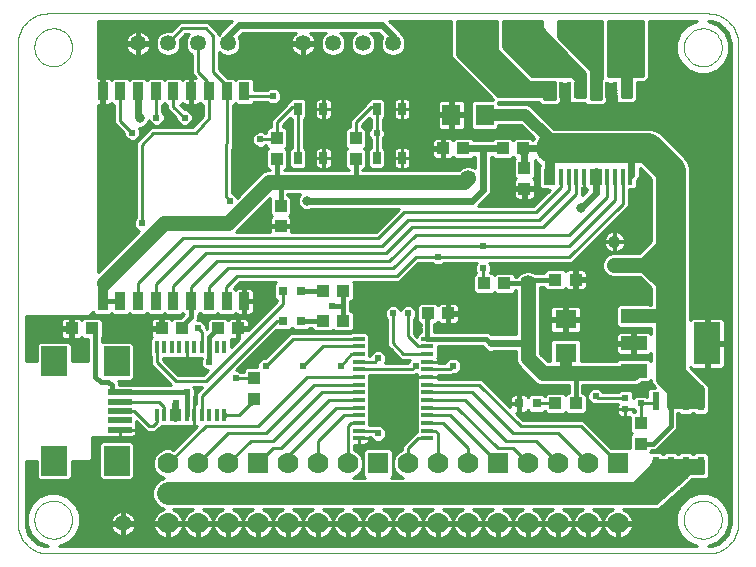
<source format=gtl>
G75*
%MOIN*%
%OFA0B0*%
%FSLAX24Y24*%
%IPPOS*%
%LPD*%
%AMOC8*
5,1,8,0,0,1.08239X$1,22.5*
%
%ADD10C,0.0000*%
%ADD11R,0.0137X0.0550*%
%ADD12C,0.0540*%
%ADD13R,0.0880X0.0480*%
%ADD14R,0.0866X0.1417*%
%ADD15R,0.0433X0.0394*%
%ADD16R,0.0394X0.0433*%
%ADD17C,0.0531*%
%ADD18C,0.0413*%
%ADD19R,0.0354X0.0585*%
%ADD20R,0.0256X0.0413*%
%ADD21R,0.0390X0.0120*%
%ADD22R,0.0700X0.0700*%
%ADD23C,0.0700*%
%ADD24R,0.0150X0.0430*%
%ADD25R,0.0866X0.0984*%
%ADD26R,0.0787X0.0197*%
%ADD27R,0.0236X0.0197*%
%ADD28R,0.0240X0.0600*%
%ADD29R,0.0315X0.0315*%
%ADD30R,0.0630X0.0709*%
%ADD31R,0.0709X0.0630*%
%ADD32C,0.0100*%
%ADD33C,0.0240*%
%ADD34C,0.0160*%
%ADD35C,0.0240*%
%ADD36C,0.1000*%
%ADD37C,0.0500*%
%ADD38C,0.0320*%
%ADD39C,0.0472*%
%ADD40C,0.0400*%
%ADD41C,0.0080*%
%ADD42C,0.0317*%
%ADD43C,0.0760*%
D10*
X001650Y000650D02*
X023650Y000650D01*
X023710Y000652D01*
X023771Y000657D01*
X023830Y000666D01*
X023889Y000679D01*
X023948Y000695D01*
X024005Y000715D01*
X024060Y000738D01*
X024115Y000765D01*
X024167Y000794D01*
X024218Y000827D01*
X024267Y000863D01*
X024313Y000901D01*
X024357Y000943D01*
X024399Y000987D01*
X024437Y001033D01*
X024473Y001082D01*
X024506Y001133D01*
X024535Y001185D01*
X024562Y001240D01*
X024585Y001295D01*
X024605Y001352D01*
X024621Y001411D01*
X024634Y001470D01*
X024643Y001529D01*
X024648Y001590D01*
X024650Y001650D01*
X024650Y017650D01*
X024648Y017710D01*
X024643Y017771D01*
X024634Y017830D01*
X024621Y017889D01*
X024605Y017948D01*
X024585Y018005D01*
X024562Y018060D01*
X024535Y018115D01*
X024506Y018167D01*
X024473Y018218D01*
X024437Y018267D01*
X024399Y018313D01*
X024357Y018357D01*
X024313Y018399D01*
X024267Y018437D01*
X024218Y018473D01*
X024167Y018506D01*
X024115Y018535D01*
X024060Y018562D01*
X024005Y018585D01*
X023948Y018605D01*
X023889Y018621D01*
X023830Y018634D01*
X023771Y018643D01*
X023710Y018648D01*
X023650Y018650D01*
X001650Y018650D01*
X001590Y018648D01*
X001529Y018643D01*
X001470Y018634D01*
X001411Y018621D01*
X001352Y018605D01*
X001295Y018585D01*
X001240Y018562D01*
X001185Y018535D01*
X001133Y018506D01*
X001082Y018473D01*
X001033Y018437D01*
X000987Y018399D01*
X000943Y018357D01*
X000901Y018313D01*
X000863Y018267D01*
X000827Y018218D01*
X000794Y018167D01*
X000765Y018115D01*
X000738Y018060D01*
X000715Y018005D01*
X000695Y017948D01*
X000679Y017889D01*
X000666Y017830D01*
X000657Y017771D01*
X000652Y017710D01*
X000650Y017650D01*
X000650Y001650D01*
X000652Y001590D01*
X000657Y001529D01*
X000666Y001470D01*
X000679Y001411D01*
X000695Y001352D01*
X000715Y001295D01*
X000738Y001240D01*
X000765Y001185D01*
X000794Y001133D01*
X000827Y001082D01*
X000863Y001033D01*
X000901Y000987D01*
X000943Y000943D01*
X000987Y000901D01*
X001033Y000863D01*
X001082Y000827D01*
X001133Y000794D01*
X001185Y000765D01*
X001240Y000738D01*
X001295Y000715D01*
X001352Y000695D01*
X001411Y000679D01*
X001470Y000666D01*
X001529Y000657D01*
X001590Y000652D01*
X001650Y000650D01*
X001193Y001776D02*
X001195Y001826D01*
X001201Y001876D01*
X001211Y001925D01*
X001225Y001973D01*
X001242Y002020D01*
X001263Y002065D01*
X001288Y002109D01*
X001316Y002150D01*
X001348Y002189D01*
X001382Y002226D01*
X001419Y002260D01*
X001459Y002290D01*
X001501Y002317D01*
X001545Y002341D01*
X001591Y002362D01*
X001638Y002378D01*
X001686Y002391D01*
X001736Y002400D01*
X001785Y002405D01*
X001836Y002406D01*
X001886Y002403D01*
X001935Y002396D01*
X001984Y002385D01*
X002032Y002370D01*
X002078Y002352D01*
X002123Y002330D01*
X002166Y002304D01*
X002207Y002275D01*
X002246Y002243D01*
X002282Y002208D01*
X002314Y002170D01*
X002344Y002130D01*
X002371Y002087D01*
X002394Y002043D01*
X002413Y001997D01*
X002429Y001949D01*
X002441Y001900D01*
X002449Y001851D01*
X002453Y001801D01*
X002453Y001751D01*
X002449Y001701D01*
X002441Y001652D01*
X002429Y001603D01*
X002413Y001555D01*
X002394Y001509D01*
X002371Y001465D01*
X002344Y001422D01*
X002314Y001382D01*
X002282Y001344D01*
X002246Y001309D01*
X002207Y001277D01*
X002166Y001248D01*
X002123Y001222D01*
X002078Y001200D01*
X002032Y001182D01*
X001984Y001167D01*
X001935Y001156D01*
X001886Y001149D01*
X001836Y001146D01*
X001785Y001147D01*
X001736Y001152D01*
X001686Y001161D01*
X001638Y001174D01*
X001591Y001190D01*
X001545Y001211D01*
X001501Y001235D01*
X001459Y001262D01*
X001419Y001292D01*
X001382Y001326D01*
X001348Y001363D01*
X001316Y001402D01*
X001288Y001443D01*
X001263Y001487D01*
X001242Y001532D01*
X001225Y001579D01*
X001211Y001627D01*
X001201Y001676D01*
X001195Y001726D01*
X001193Y001776D01*
X001193Y017524D02*
X001195Y017574D01*
X001201Y017624D01*
X001211Y017673D01*
X001225Y017721D01*
X001242Y017768D01*
X001263Y017813D01*
X001288Y017857D01*
X001316Y017898D01*
X001348Y017937D01*
X001382Y017974D01*
X001419Y018008D01*
X001459Y018038D01*
X001501Y018065D01*
X001545Y018089D01*
X001591Y018110D01*
X001638Y018126D01*
X001686Y018139D01*
X001736Y018148D01*
X001785Y018153D01*
X001836Y018154D01*
X001886Y018151D01*
X001935Y018144D01*
X001984Y018133D01*
X002032Y018118D01*
X002078Y018100D01*
X002123Y018078D01*
X002166Y018052D01*
X002207Y018023D01*
X002246Y017991D01*
X002282Y017956D01*
X002314Y017918D01*
X002344Y017878D01*
X002371Y017835D01*
X002394Y017791D01*
X002413Y017745D01*
X002429Y017697D01*
X002441Y017648D01*
X002449Y017599D01*
X002453Y017549D01*
X002453Y017499D01*
X002449Y017449D01*
X002441Y017400D01*
X002429Y017351D01*
X002413Y017303D01*
X002394Y017257D01*
X002371Y017213D01*
X002344Y017170D01*
X002314Y017130D01*
X002282Y017092D01*
X002246Y017057D01*
X002207Y017025D01*
X002166Y016996D01*
X002123Y016970D01*
X002078Y016948D01*
X002032Y016930D01*
X001984Y016915D01*
X001935Y016904D01*
X001886Y016897D01*
X001836Y016894D01*
X001785Y016895D01*
X001736Y016900D01*
X001686Y016909D01*
X001638Y016922D01*
X001591Y016938D01*
X001545Y016959D01*
X001501Y016983D01*
X001459Y017010D01*
X001419Y017040D01*
X001382Y017074D01*
X001348Y017111D01*
X001316Y017150D01*
X001288Y017191D01*
X001263Y017235D01*
X001242Y017280D01*
X001225Y017327D01*
X001211Y017375D01*
X001201Y017424D01*
X001195Y017474D01*
X001193Y017524D01*
X022847Y017524D02*
X022849Y017574D01*
X022855Y017624D01*
X022865Y017673D01*
X022879Y017721D01*
X022896Y017768D01*
X022917Y017813D01*
X022942Y017857D01*
X022970Y017898D01*
X023002Y017937D01*
X023036Y017974D01*
X023073Y018008D01*
X023113Y018038D01*
X023155Y018065D01*
X023199Y018089D01*
X023245Y018110D01*
X023292Y018126D01*
X023340Y018139D01*
X023390Y018148D01*
X023439Y018153D01*
X023490Y018154D01*
X023540Y018151D01*
X023589Y018144D01*
X023638Y018133D01*
X023686Y018118D01*
X023732Y018100D01*
X023777Y018078D01*
X023820Y018052D01*
X023861Y018023D01*
X023900Y017991D01*
X023936Y017956D01*
X023968Y017918D01*
X023998Y017878D01*
X024025Y017835D01*
X024048Y017791D01*
X024067Y017745D01*
X024083Y017697D01*
X024095Y017648D01*
X024103Y017599D01*
X024107Y017549D01*
X024107Y017499D01*
X024103Y017449D01*
X024095Y017400D01*
X024083Y017351D01*
X024067Y017303D01*
X024048Y017257D01*
X024025Y017213D01*
X023998Y017170D01*
X023968Y017130D01*
X023936Y017092D01*
X023900Y017057D01*
X023861Y017025D01*
X023820Y016996D01*
X023777Y016970D01*
X023732Y016948D01*
X023686Y016930D01*
X023638Y016915D01*
X023589Y016904D01*
X023540Y016897D01*
X023490Y016894D01*
X023439Y016895D01*
X023390Y016900D01*
X023340Y016909D01*
X023292Y016922D01*
X023245Y016938D01*
X023199Y016959D01*
X023155Y016983D01*
X023113Y017010D01*
X023073Y017040D01*
X023036Y017074D01*
X023002Y017111D01*
X022970Y017150D01*
X022942Y017191D01*
X022917Y017235D01*
X022896Y017280D01*
X022879Y017327D01*
X022865Y017375D01*
X022855Y017424D01*
X022849Y017474D01*
X022847Y017524D01*
X022847Y001776D02*
X022849Y001826D01*
X022855Y001876D01*
X022865Y001925D01*
X022879Y001973D01*
X022896Y002020D01*
X022917Y002065D01*
X022942Y002109D01*
X022970Y002150D01*
X023002Y002189D01*
X023036Y002226D01*
X023073Y002260D01*
X023113Y002290D01*
X023155Y002317D01*
X023199Y002341D01*
X023245Y002362D01*
X023292Y002378D01*
X023340Y002391D01*
X023390Y002400D01*
X023439Y002405D01*
X023490Y002406D01*
X023540Y002403D01*
X023589Y002396D01*
X023638Y002385D01*
X023686Y002370D01*
X023732Y002352D01*
X023777Y002330D01*
X023820Y002304D01*
X023861Y002275D01*
X023900Y002243D01*
X023936Y002208D01*
X023968Y002170D01*
X023998Y002130D01*
X024025Y002087D01*
X024048Y002043D01*
X024067Y001997D01*
X024083Y001949D01*
X024095Y001900D01*
X024103Y001851D01*
X024107Y001801D01*
X024107Y001751D01*
X024103Y001701D01*
X024095Y001652D01*
X024083Y001603D01*
X024067Y001555D01*
X024048Y001509D01*
X024025Y001465D01*
X023998Y001422D01*
X023968Y001382D01*
X023936Y001344D01*
X023900Y001309D01*
X023861Y001277D01*
X023820Y001248D01*
X023777Y001222D01*
X023732Y001200D01*
X023686Y001182D01*
X023638Y001167D01*
X023589Y001156D01*
X023540Y001149D01*
X023490Y001146D01*
X023439Y001147D01*
X023390Y001152D01*
X023340Y001161D01*
X023292Y001174D01*
X023245Y001190D01*
X023199Y001211D01*
X023155Y001235D01*
X023113Y001262D01*
X023073Y001292D01*
X023036Y001326D01*
X023002Y001363D01*
X022970Y001402D01*
X022942Y001443D01*
X022917Y001487D01*
X022896Y001532D01*
X022879Y001579D01*
X022865Y001627D01*
X022855Y001676D01*
X022849Y001726D01*
X022847Y001776D01*
D11*
X021057Y013211D03*
X020802Y013211D03*
X020546Y013211D03*
X020290Y013211D03*
X020034Y013211D03*
X019778Y013211D03*
X019522Y013211D03*
X019266Y013211D03*
X019010Y013211D03*
X018754Y013211D03*
X018498Y013211D03*
X018243Y013211D03*
X018243Y016089D03*
X018498Y016089D03*
X018754Y016089D03*
X019010Y016089D03*
X019266Y016089D03*
X019522Y016089D03*
X019778Y016089D03*
X020034Y016089D03*
X020290Y016089D03*
X020546Y016089D03*
X020802Y016089D03*
X021057Y016089D03*
D12*
X004150Y001650D03*
D13*
X021180Y006740D03*
X021180Y007650D03*
X021180Y008560D03*
D14*
X023620Y007650D03*
D15*
X019235Y005650D03*
X018565Y005650D03*
X014985Y008650D03*
X014315Y008650D03*
X016190Y009650D03*
X016860Y009650D03*
X018565Y009775D03*
X019235Y009775D03*
X017485Y014150D03*
X016815Y014150D03*
X015485Y014150D03*
X014815Y014150D03*
X011485Y009400D03*
X010815Y009400D03*
X010815Y008400D03*
X011485Y008400D03*
X007985Y008150D03*
X007315Y008150D03*
X006110Y008150D03*
X005440Y008150D03*
X003110Y008150D03*
X002440Y008150D03*
D16*
X008525Y006485D03*
X008525Y005815D03*
X009400Y011565D03*
X009400Y012235D03*
X009275Y013815D03*
X009275Y014485D03*
X011900Y014485D03*
X011900Y013815D03*
X017525Y013485D03*
X017525Y012815D03*
X021400Y004985D03*
X021400Y004315D03*
D17*
X017650Y009650D03*
X015650Y013150D03*
X016150Y017650D03*
X017150Y017650D03*
X019650Y017650D03*
X020650Y017650D03*
X013150Y017650D03*
X012150Y017650D03*
X011150Y017650D03*
X010150Y017650D03*
X007650Y017650D03*
X006650Y017650D03*
X005650Y017650D03*
X004650Y017650D03*
D18*
X020525Y011044D03*
X020525Y010256D03*
D19*
X008194Y009056D03*
X007604Y009056D03*
X007013Y009056D03*
X006423Y009056D03*
X005832Y009056D03*
X005242Y009056D03*
X004651Y009056D03*
X004060Y009056D03*
X003470Y009056D03*
X003470Y016057D03*
X004060Y016057D03*
X004651Y016057D03*
X005242Y016057D03*
X005832Y016057D03*
X006423Y016057D03*
X007013Y016057D03*
X007604Y016057D03*
X008194Y016057D03*
D20*
X009977Y015467D03*
X010823Y015467D03*
X012602Y015467D03*
X013448Y015467D03*
X013448Y013833D03*
X012602Y013833D03*
X010823Y013833D03*
X009977Y013833D03*
D21*
X012001Y007813D03*
X012001Y007557D03*
X012001Y007302D03*
X012001Y007046D03*
X012001Y006790D03*
X012001Y006534D03*
X012001Y006278D03*
X012001Y006022D03*
X012001Y005766D03*
X012001Y005510D03*
X012001Y005254D03*
X012001Y004998D03*
X012001Y004743D03*
X012001Y004487D03*
X014299Y004487D03*
X014299Y004743D03*
X014299Y004998D03*
X014299Y005254D03*
X014299Y005510D03*
X014299Y005766D03*
X014299Y006022D03*
X014299Y006278D03*
X014299Y006534D03*
X014299Y006790D03*
X014299Y007046D03*
X014299Y007302D03*
X014299Y007557D03*
X014299Y007813D03*
D22*
X012650Y003650D03*
X016650Y003650D03*
X020650Y003650D03*
X008650Y003650D03*
D23*
X007650Y003650D03*
X006650Y003650D03*
X005650Y003650D03*
X005650Y002650D03*
X006650Y002650D03*
X007650Y002650D03*
X008650Y002650D03*
X009650Y002650D03*
X010650Y002650D03*
X011650Y002650D03*
X012650Y002650D03*
X013650Y002650D03*
X014650Y002650D03*
X015650Y002650D03*
X016650Y002650D03*
X017650Y002650D03*
X018650Y002650D03*
X019650Y002650D03*
X020650Y002650D03*
X020650Y001650D03*
X019650Y001650D03*
X018650Y001650D03*
X017650Y001650D03*
X016650Y001650D03*
X015650Y001650D03*
X014650Y001650D03*
X013650Y001650D03*
X012650Y001650D03*
X011650Y001650D03*
X010650Y001650D03*
X009650Y001650D03*
X008650Y001650D03*
X007650Y001650D03*
X006650Y001650D03*
X005650Y001650D03*
X009650Y003650D03*
X010650Y003650D03*
X011650Y003650D03*
X013650Y003650D03*
X014650Y003650D03*
X015650Y003650D03*
X017650Y003650D03*
X018650Y003650D03*
X019650Y003650D03*
D24*
X007525Y005266D03*
X007275Y005266D03*
X007025Y005266D03*
X006775Y005266D03*
X006525Y005266D03*
X006275Y005266D03*
X006025Y005266D03*
X005775Y005266D03*
X005525Y005266D03*
X005275Y005266D03*
X005275Y007534D03*
X005525Y007534D03*
X005775Y007534D03*
X006025Y007534D03*
X006275Y007534D03*
X006525Y007534D03*
X006775Y007534D03*
X007025Y007534D03*
X007275Y007534D03*
X007525Y007534D03*
D25*
X003937Y007054D03*
X001851Y007054D03*
X001851Y003746D03*
X003937Y003746D03*
D26*
X004036Y004770D03*
X004036Y005085D03*
X004036Y005400D03*
X004036Y005715D03*
X004036Y006030D03*
D27*
X020894Y005847D03*
X020894Y005453D03*
X021406Y005650D03*
D28*
X021900Y005730D03*
X022400Y005730D03*
X022900Y005730D03*
X023400Y005730D03*
X023400Y003570D03*
X022900Y003570D03*
X022400Y003570D03*
X021900Y003570D03*
D29*
X017945Y005650D03*
X017355Y005650D03*
X010070Y008400D03*
X009480Y008400D03*
X009480Y009400D03*
X010070Y009400D03*
D30*
X015099Y015275D03*
X016201Y015275D03*
D31*
X018900Y008451D03*
X018900Y007349D03*
D32*
X001120Y001120D02*
X000982Y001310D01*
X000909Y001533D01*
X000900Y001650D01*
X000900Y003734D01*
X001268Y003734D01*
X001268Y003192D01*
X001356Y003104D01*
X002346Y003104D01*
X002434Y003192D01*
X002434Y003734D01*
X003035Y003734D01*
X003123Y003822D01*
X003123Y004522D01*
X004036Y004522D01*
X004449Y004522D01*
X004487Y004532D01*
X004522Y004552D01*
X004550Y004580D01*
X004569Y004614D01*
X004580Y004652D01*
X004580Y004770D01*
X004036Y004770D01*
X004036Y004770D01*
X004036Y004522D01*
X004036Y004770D01*
X004036Y004770D01*
X004580Y004770D01*
X004580Y004888D01*
X004572Y004917D01*
X004580Y004924D01*
X004580Y005063D01*
X004942Y004700D01*
X005233Y004700D01*
X005350Y004817D01*
X005434Y004901D01*
X006412Y004901D01*
X006416Y004905D01*
X006430Y004901D01*
X006525Y004901D01*
X006618Y004901D01*
X005833Y004116D01*
X005749Y004150D01*
X005551Y004150D01*
X005367Y004074D01*
X005226Y003933D01*
X005150Y003749D01*
X005150Y003551D01*
X005226Y003367D01*
X005367Y003226D01*
X005511Y003166D01*
X005350Y003099D01*
X005201Y002950D01*
X005120Y002755D01*
X005120Y002545D01*
X005201Y002350D01*
X005350Y002201D01*
X005516Y002132D01*
X005458Y002113D01*
X005388Y002078D01*
X005324Y002031D01*
X005269Y001976D01*
X005222Y001912D01*
X005187Y001842D01*
X005162Y001767D01*
X005151Y001698D01*
X005602Y001698D01*
X005602Y001602D01*
X005698Y001602D01*
X005698Y001698D01*
X006149Y001698D01*
X006138Y001767D01*
X006113Y001842D01*
X006078Y001912D01*
X006031Y001976D01*
X005976Y002031D01*
X005912Y002078D01*
X005842Y002113D01*
X005822Y002120D01*
X006478Y002120D01*
X006458Y002113D01*
X006388Y002078D01*
X006324Y002031D01*
X006269Y001976D01*
X006222Y001912D01*
X006187Y001842D01*
X006162Y001767D01*
X006151Y001698D01*
X006602Y001698D01*
X006602Y001602D01*
X006698Y001602D01*
X006698Y001698D01*
X007149Y001698D01*
X007138Y001767D01*
X007113Y001842D01*
X007078Y001912D01*
X007031Y001976D01*
X006976Y002031D01*
X006912Y002078D01*
X006842Y002113D01*
X006822Y002120D01*
X007478Y002120D01*
X007458Y002113D01*
X007388Y002078D01*
X007324Y002031D01*
X007269Y001976D01*
X007222Y001912D01*
X007187Y001842D01*
X007162Y001767D01*
X007151Y001698D01*
X007602Y001698D01*
X007602Y001602D01*
X007698Y001602D01*
X007698Y001698D01*
X008149Y001698D01*
X008138Y001767D01*
X008113Y001842D01*
X008078Y001912D01*
X008031Y001976D01*
X007976Y002031D01*
X007912Y002078D01*
X007842Y002113D01*
X007822Y002120D01*
X008478Y002120D01*
X008458Y002113D01*
X008388Y002078D01*
X008324Y002031D01*
X008269Y001976D01*
X008222Y001912D01*
X008187Y001842D01*
X008162Y001767D01*
X008151Y001698D01*
X008602Y001698D01*
X008602Y001602D01*
X008698Y001602D01*
X008698Y001698D01*
X009149Y001698D01*
X009138Y001767D01*
X009113Y001842D01*
X009078Y001912D01*
X009031Y001976D01*
X008976Y002031D01*
X008912Y002078D01*
X008842Y002113D01*
X008822Y002120D01*
X009478Y002120D01*
X009458Y002113D01*
X009388Y002078D01*
X009324Y002031D01*
X009269Y001976D01*
X009222Y001912D01*
X009187Y001842D01*
X009162Y001767D01*
X009151Y001698D01*
X009602Y001698D01*
X009602Y001602D01*
X009698Y001602D01*
X009698Y001698D01*
X010149Y001698D01*
X010138Y001767D01*
X010113Y001842D01*
X010078Y001912D01*
X010031Y001976D01*
X009976Y002031D01*
X009912Y002078D01*
X009842Y002113D01*
X009822Y002120D01*
X010478Y002120D01*
X010458Y002113D01*
X010388Y002078D01*
X010324Y002031D01*
X010269Y001976D01*
X010222Y001912D01*
X010187Y001842D01*
X010162Y001767D01*
X010151Y001698D01*
X010602Y001698D01*
X010602Y001602D01*
X010698Y001602D01*
X010698Y001698D01*
X011149Y001698D01*
X011138Y001767D01*
X011113Y001842D01*
X011078Y001912D01*
X011031Y001976D01*
X010976Y002031D01*
X010912Y002078D01*
X010842Y002113D01*
X010822Y002120D01*
X011478Y002120D01*
X011458Y002113D01*
X011388Y002078D01*
X011324Y002031D01*
X011269Y001976D01*
X011222Y001912D01*
X011187Y001842D01*
X011162Y001767D01*
X011151Y001698D01*
X011602Y001698D01*
X011602Y001602D01*
X011698Y001602D01*
X011698Y001698D01*
X012149Y001698D01*
X012138Y001767D01*
X012113Y001842D01*
X012078Y001912D01*
X012031Y001976D01*
X011976Y002031D01*
X011912Y002078D01*
X011842Y002113D01*
X011822Y002120D01*
X012478Y002120D01*
X012458Y002113D01*
X012388Y002078D01*
X012324Y002031D01*
X012269Y001976D01*
X012222Y001912D01*
X012187Y001842D01*
X012162Y001767D01*
X012151Y001698D01*
X012602Y001698D01*
X012602Y001602D01*
X012698Y001602D01*
X012698Y001698D01*
X013149Y001698D01*
X013138Y001767D01*
X013113Y001842D01*
X013078Y001912D01*
X013031Y001976D01*
X012976Y002031D01*
X012912Y002078D01*
X012842Y002113D01*
X012822Y002120D01*
X013478Y002120D01*
X013458Y002113D01*
X013388Y002078D01*
X013324Y002031D01*
X013269Y001976D01*
X013222Y001912D01*
X013187Y001842D01*
X013162Y001767D01*
X013151Y001698D01*
X013602Y001698D01*
X013602Y001602D01*
X013698Y001602D01*
X013698Y001698D01*
X014149Y001698D01*
X014138Y001767D01*
X014113Y001842D01*
X014078Y001912D01*
X014031Y001976D01*
X013976Y002031D01*
X013912Y002078D01*
X013842Y002113D01*
X013822Y002120D01*
X014478Y002120D01*
X014458Y002113D01*
X014388Y002078D01*
X014324Y002031D01*
X014269Y001976D01*
X014222Y001912D01*
X014187Y001842D01*
X014162Y001767D01*
X014151Y001698D01*
X014602Y001698D01*
X014602Y001602D01*
X014698Y001602D01*
X014698Y001698D01*
X015149Y001698D01*
X015138Y001767D01*
X015113Y001842D01*
X015078Y001912D01*
X015031Y001976D01*
X014976Y002031D01*
X014912Y002078D01*
X014842Y002113D01*
X014822Y002120D01*
X015478Y002120D01*
X015458Y002113D01*
X015388Y002078D01*
X015324Y002031D01*
X015269Y001976D01*
X015222Y001912D01*
X015187Y001842D01*
X015162Y001767D01*
X015151Y001698D01*
X015602Y001698D01*
X015602Y001602D01*
X015698Y001602D01*
X015698Y001698D01*
X016149Y001698D01*
X016138Y001767D01*
X016113Y001842D01*
X016078Y001912D01*
X016031Y001976D01*
X015976Y002031D01*
X015912Y002078D01*
X015842Y002113D01*
X015822Y002120D01*
X016478Y002120D01*
X016458Y002113D01*
X016388Y002078D01*
X016324Y002031D01*
X016269Y001976D01*
X016222Y001912D01*
X016187Y001842D01*
X016162Y001767D01*
X016151Y001698D01*
X016602Y001698D01*
X016602Y001602D01*
X016698Y001602D01*
X016698Y001698D01*
X017149Y001698D01*
X017138Y001767D01*
X017113Y001842D01*
X017078Y001912D01*
X017031Y001976D01*
X016976Y002031D01*
X016912Y002078D01*
X016842Y002113D01*
X016822Y002120D01*
X017478Y002120D01*
X017458Y002113D01*
X017388Y002078D01*
X017324Y002031D01*
X017269Y001976D01*
X017222Y001912D01*
X017187Y001842D01*
X017162Y001767D01*
X017151Y001698D01*
X017602Y001698D01*
X017602Y001602D01*
X017698Y001602D01*
X017698Y001698D01*
X018149Y001698D01*
X018138Y001767D01*
X018113Y001842D01*
X018078Y001912D01*
X018031Y001976D01*
X017976Y002031D01*
X017912Y002078D01*
X017842Y002113D01*
X017822Y002120D01*
X018478Y002120D01*
X018458Y002113D01*
X018388Y002078D01*
X018324Y002031D01*
X018269Y001976D01*
X018222Y001912D01*
X018187Y001842D01*
X018162Y001767D01*
X018151Y001698D01*
X018602Y001698D01*
X018602Y001602D01*
X018698Y001602D01*
X018698Y001698D01*
X019149Y001698D01*
X019138Y001767D01*
X019113Y001842D01*
X019078Y001912D01*
X019031Y001976D01*
X018976Y002031D01*
X018912Y002078D01*
X018842Y002113D01*
X018822Y002120D01*
X019478Y002120D01*
X019458Y002113D01*
X019388Y002078D01*
X019324Y002031D01*
X019269Y001976D01*
X019222Y001912D01*
X019187Y001842D01*
X019162Y001767D01*
X019151Y001698D01*
X019602Y001698D01*
X019602Y001602D01*
X019698Y001602D01*
X019698Y001698D01*
X020149Y001698D01*
X020138Y001767D01*
X020113Y001842D01*
X020078Y001912D01*
X020031Y001976D01*
X019976Y002031D01*
X019912Y002078D01*
X019842Y002113D01*
X019822Y002120D01*
X020478Y002120D01*
X020458Y002113D01*
X020388Y002078D01*
X020324Y002031D01*
X020269Y001976D01*
X020222Y001912D01*
X020187Y001842D01*
X020162Y001767D01*
X020151Y001698D01*
X020602Y001698D01*
X020602Y001602D01*
X020698Y001602D01*
X020698Y001698D01*
X021149Y001698D01*
X021138Y001767D01*
X021113Y001842D01*
X021078Y001912D01*
X021031Y001976D01*
X020976Y002031D01*
X020912Y002078D01*
X020842Y002113D01*
X020822Y002120D01*
X021369Y002120D01*
X021394Y002109D01*
X021424Y002120D01*
X021505Y002120D01*
X021517Y002125D01*
X021893Y002125D01*
X021969Y002120D01*
X021975Y002125D01*
X021983Y002125D01*
X022037Y002179D01*
X022975Y003000D01*
X022983Y003000D01*
X023037Y003054D01*
X023094Y003104D01*
X023095Y003112D01*
X023108Y003125D01*
X023213Y003125D01*
X023218Y003120D01*
X023582Y003120D01*
X023670Y003208D01*
X023670Y003237D01*
X023675Y003242D01*
X023675Y003858D01*
X023670Y003863D01*
X023670Y003932D01*
X023582Y004020D01*
X023218Y004020D01*
X023173Y003975D01*
X023127Y003975D01*
X023082Y004020D01*
X022718Y004020D01*
X022673Y003975D01*
X022627Y003975D01*
X022582Y004020D01*
X022218Y004020D01*
X022173Y003975D01*
X022127Y003975D01*
X022082Y004020D01*
X021730Y004020D01*
X021747Y004037D01*
X021747Y004085D01*
X021911Y004085D01*
X022495Y004670D01*
X022630Y004805D01*
X022630Y005325D01*
X022673Y005325D01*
X022718Y005280D01*
X023082Y005280D01*
X023127Y005325D01*
X023173Y005325D01*
X023218Y005280D01*
X023582Y005280D01*
X023670Y005368D01*
X023670Y005437D01*
X023675Y005442D01*
X023675Y006233D01*
X023050Y006858D01*
X023050Y006879D01*
X023067Y006849D01*
X023095Y006821D01*
X023129Y006802D01*
X023167Y006791D01*
X023570Y006791D01*
X023570Y007600D01*
X023670Y007600D01*
X023670Y006791D01*
X024073Y006791D01*
X024111Y006802D01*
X024145Y006821D01*
X024173Y006849D01*
X024193Y006883D01*
X024203Y006922D01*
X024203Y007600D01*
X023670Y007600D01*
X023670Y007700D01*
X023570Y007700D01*
X023570Y008509D01*
X023167Y008509D01*
X023129Y008498D01*
X023095Y008479D01*
X023067Y008451D01*
X023050Y008421D01*
X023050Y013529D01*
X022951Y013768D01*
X022201Y014518D01*
X022018Y014701D01*
X021779Y014800D01*
X018530Y014800D01*
X017759Y015572D01*
X017630Y015625D01*
X016666Y015625D01*
X016666Y015691D01*
X016658Y015700D01*
X017994Y015700D01*
X018029Y015665D01*
X018087Y015607D01*
X018088Y015607D01*
X018089Y015607D01*
X018171Y015607D01*
X018646Y015607D01*
X018703Y015664D01*
X018754Y015664D01*
X018754Y015716D01*
X018754Y015664D01*
X018843Y015664D01*
X018881Y015675D01*
X018882Y015675D01*
X018884Y015675D01*
X018922Y015664D01*
X019010Y015664D01*
X019010Y016089D01*
X019010Y016089D01*
X018763Y016089D01*
X018763Y016089D01*
X018792Y016089D01*
X019010Y016089D01*
X019010Y016089D01*
X019010Y015664D01*
X019098Y015664D01*
X019128Y015672D01*
X019136Y015664D01*
X019154Y015664D01*
X019160Y015657D01*
X019170Y015657D01*
X019177Y015651D01*
X019251Y015657D01*
X019326Y015657D01*
X019333Y015664D01*
X019336Y015664D01*
X019519Y015664D01*
X019567Y015616D01*
X020109Y015616D01*
X020191Y015615D01*
X020192Y015616D01*
X020193Y015616D01*
X020242Y015664D01*
X020290Y015664D01*
X020378Y015664D01*
X020416Y015675D01*
X020418Y015675D01*
X020419Y015675D01*
X020457Y015664D01*
X020546Y015664D01*
X020634Y015664D01*
X020663Y015672D01*
X020671Y015664D01*
X020689Y015664D01*
X020696Y015657D01*
X021155Y015657D01*
X021162Y015664D01*
X021188Y015664D01*
X021276Y015752D01*
X021276Y016375D01*
X021558Y016375D01*
X021675Y016492D01*
X021675Y018400D01*
X023292Y018400D01*
X022978Y018270D01*
X022731Y018022D01*
X022597Y017699D01*
X022597Y017349D01*
X022731Y017026D01*
X022978Y016778D01*
X023302Y016644D01*
X023652Y016644D01*
X023975Y016778D01*
X024223Y017026D01*
X024357Y017349D01*
X024357Y017699D01*
X024223Y018022D01*
X023975Y018270D01*
X023664Y018399D01*
X023767Y018391D01*
X023990Y018318D01*
X024180Y018180D01*
X024318Y017990D01*
X024391Y017767D01*
X024400Y017650D01*
X024400Y001650D01*
X024391Y001533D01*
X024318Y001310D01*
X024180Y001120D01*
X023990Y000982D01*
X023767Y000909D01*
X023664Y000901D01*
X023975Y001030D01*
X024223Y001278D01*
X024357Y001601D01*
X024357Y001951D01*
X024223Y002274D01*
X023975Y002522D01*
X023652Y002656D01*
X023302Y002656D01*
X022978Y002522D01*
X022731Y002274D01*
X022597Y001951D01*
X022597Y001601D01*
X022731Y001278D01*
X022978Y001030D01*
X023292Y000900D01*
X002008Y000900D01*
X002322Y001030D01*
X002569Y001278D01*
X002703Y001601D01*
X002703Y001951D01*
X002569Y002274D01*
X002322Y002522D01*
X001998Y002656D01*
X001648Y002656D01*
X001325Y002522D01*
X001077Y002274D01*
X000943Y001951D01*
X000943Y001601D01*
X001077Y001278D01*
X001325Y001030D01*
X001636Y000901D01*
X001533Y000909D01*
X001310Y000982D01*
X001120Y001120D01*
X001103Y001143D02*
X001212Y001143D01*
X001224Y001044D02*
X001311Y001044D01*
X001421Y000946D02*
X001529Y000946D01*
X001114Y001241D02*
X001032Y001241D01*
X001052Y001340D02*
X000972Y001340D01*
X000940Y001438D02*
X001011Y001438D01*
X000970Y001537D02*
X000909Y001537D01*
X000901Y001635D02*
X000943Y001635D01*
X000943Y001734D02*
X000900Y001734D01*
X000900Y001832D02*
X000943Y001832D01*
X000943Y001931D02*
X000900Y001931D01*
X000900Y002029D02*
X000976Y002029D01*
X001016Y002128D02*
X000900Y002128D01*
X000900Y002226D02*
X001057Y002226D01*
X001127Y002325D02*
X000900Y002325D01*
X000900Y002423D02*
X001226Y002423D01*
X001324Y002522D02*
X000900Y002522D01*
X000900Y002620D02*
X001562Y002620D01*
X002085Y002620D02*
X005120Y002620D01*
X005120Y002719D02*
X000900Y002719D01*
X000900Y002817D02*
X005146Y002817D01*
X005186Y002916D02*
X000900Y002916D01*
X000900Y003014D02*
X005264Y003014D01*
X005382Y003113D02*
X004441Y003113D01*
X004433Y003104D02*
X004520Y003192D01*
X004520Y004301D01*
X004433Y004389D01*
X003442Y004389D01*
X003354Y004301D01*
X003354Y003192D01*
X003442Y003104D01*
X004433Y003104D01*
X004520Y003211D02*
X005403Y003211D01*
X005283Y003310D02*
X004520Y003310D01*
X004520Y003408D02*
X005209Y003408D01*
X005168Y003507D02*
X004520Y003507D01*
X004520Y003605D02*
X005150Y003605D01*
X005150Y003704D02*
X004520Y003704D01*
X004520Y003802D02*
X005172Y003802D01*
X005213Y003901D02*
X004520Y003901D01*
X004520Y003999D02*
X005292Y003999D01*
X005424Y004098D02*
X004520Y004098D01*
X004520Y004196D02*
X005913Y004196D01*
X006012Y004295D02*
X004520Y004295D01*
X004556Y004590D02*
X006307Y004590D01*
X006209Y004492D02*
X003123Y004492D01*
X003123Y004393D02*
X006110Y004393D01*
X006406Y004689D02*
X004580Y004689D01*
X004580Y004787D02*
X004855Y004787D01*
X004757Y004886D02*
X004580Y004886D01*
X004580Y004984D02*
X004658Y004984D01*
X005025Y004900D02*
X004525Y005400D01*
X004036Y005400D01*
X004036Y005715D02*
X005335Y005715D01*
X005525Y005525D01*
X005525Y005266D01*
X005275Y005266D02*
X005275Y005025D01*
X005150Y004900D01*
X005025Y004900D01*
X005320Y004787D02*
X006504Y004787D01*
X006525Y004901D02*
X006525Y005266D01*
X006525Y004901D01*
X006603Y004886D02*
X005418Y004886D01*
X005775Y005249D02*
X005886Y005178D01*
X005775Y005249D02*
X005775Y005266D01*
X006025Y005266D01*
X005886Y005636D02*
X005900Y005650D01*
X005275Y005400D02*
X005275Y005266D01*
X005757Y006260D02*
X004510Y006260D01*
X004492Y006278D01*
X004005Y006278D01*
X004000Y006304D01*
X004000Y006375D01*
X003981Y006394D01*
X003978Y006411D01*
X004433Y006411D01*
X004520Y006499D01*
X004520Y007608D01*
X004433Y007696D01*
X003442Y007696D01*
X003439Y007693D01*
X003439Y007854D01*
X003476Y007891D01*
X003476Y008409D01*
X003388Y008497D01*
X002831Y008497D01*
X002775Y008441D01*
X002749Y008467D01*
X002715Y008487D01*
X002677Y008497D01*
X002489Y008497D01*
X002489Y008198D01*
X002392Y008198D01*
X002392Y008102D01*
X002074Y008102D01*
X002074Y007933D01*
X002084Y007895D01*
X002104Y007861D01*
X002132Y007833D01*
X002166Y007813D01*
X002204Y007803D01*
X002392Y007803D01*
X002392Y008102D01*
X002489Y008102D01*
X002489Y007803D01*
X002677Y007803D01*
X002715Y007813D01*
X002749Y007833D01*
X002775Y007859D01*
X002831Y007803D01*
X002979Y007803D01*
X002979Y007066D01*
X002434Y007066D01*
X002434Y007608D01*
X002346Y007696D01*
X001356Y007696D01*
X001268Y007608D01*
X001268Y007066D01*
X000900Y007066D01*
X000900Y008556D01*
X003025Y008556D01*
X003143Y008702D01*
X003143Y008701D01*
X003231Y008613D01*
X003709Y008613D01*
X003765Y008669D01*
X003821Y008613D01*
X004300Y008613D01*
X004356Y008669D01*
X004412Y008613D01*
X004890Y008613D01*
X004946Y008669D01*
X005002Y008613D01*
X005481Y008613D01*
X005537Y008669D01*
X005593Y008613D01*
X006071Y008613D01*
X006127Y008669D01*
X006176Y008620D01*
X006062Y008497D01*
X005831Y008497D01*
X005775Y008441D01*
X005749Y008467D01*
X005715Y008487D01*
X005677Y008497D01*
X005489Y008497D01*
X005489Y008198D01*
X005392Y008198D01*
X005392Y008102D01*
X005074Y008102D01*
X005074Y007933D01*
X005084Y007895D01*
X005102Y007863D01*
X005050Y007811D01*
X005050Y007256D01*
X005075Y007231D01*
X005075Y006942D01*
X005192Y006825D01*
X005757Y006260D01*
X005753Y006265D02*
X004505Y006265D01*
X004483Y006462D02*
X005556Y006462D01*
X005457Y006560D02*
X004520Y006560D01*
X004520Y006659D02*
X005359Y006659D01*
X005260Y006757D02*
X004520Y006757D01*
X004520Y006856D02*
X005162Y006856D01*
X005075Y006954D02*
X004520Y006954D01*
X004520Y007053D02*
X005075Y007053D01*
X005075Y007151D02*
X004520Y007151D01*
X004520Y007250D02*
X005057Y007250D01*
X005050Y007348D02*
X004520Y007348D01*
X004520Y007447D02*
X005050Y007447D01*
X005050Y007545D02*
X004520Y007545D01*
X004485Y007644D02*
X005050Y007644D01*
X005050Y007742D02*
X003439Y007742D01*
X003439Y007841D02*
X005079Y007841D01*
X005074Y007939D02*
X003476Y007939D01*
X003476Y008038D02*
X005074Y008038D01*
X005074Y008198D02*
X005392Y008198D01*
X005392Y008497D01*
X005204Y008497D01*
X005166Y008487D01*
X005132Y008467D01*
X005104Y008439D01*
X005084Y008405D01*
X005074Y008367D01*
X005074Y008198D01*
X005074Y008235D02*
X003476Y008235D01*
X003476Y008333D02*
X005074Y008333D01*
X005099Y008432D02*
X003454Y008432D01*
X003476Y008136D02*
X005392Y008136D01*
X005392Y008235D02*
X005489Y008235D01*
X005489Y008333D02*
X005392Y008333D01*
X005392Y008432D02*
X005489Y008432D01*
X005496Y008629D02*
X005577Y008629D01*
X005832Y009056D02*
X005832Y009582D01*
X006900Y010650D01*
X012900Y010650D01*
X013775Y011525D01*
X018150Y011525D01*
X019266Y012641D01*
X019266Y013211D01*
X019010Y013211D02*
X019010Y012760D01*
X018025Y011775D01*
X013650Y011775D01*
X012775Y010900D01*
X006525Y010900D01*
X005242Y009617D01*
X005242Y009056D01*
X004987Y008629D02*
X004906Y008629D01*
X004651Y009056D02*
X004650Y009650D01*
X006150Y011150D01*
X012650Y011150D01*
X013525Y012025D01*
X017900Y012025D01*
X018754Y012879D01*
X018754Y013211D01*
X018498Y013211D02*
X018498Y013223D01*
X018367Y013091D01*
X018243Y013215D01*
X018243Y013211D01*
X018024Y013258D02*
X017872Y013258D01*
X017872Y013206D02*
X017872Y013759D01*
X018032Y013599D01*
X018057Y013589D01*
X018057Y013580D01*
X018024Y013548D01*
X018024Y012873D01*
X018112Y012786D01*
X018294Y012786D01*
X018305Y012781D01*
X018373Y012781D01*
X017817Y012225D01*
X015982Y012225D01*
X016379Y012622D01*
X016420Y012721D01*
X016420Y013880D01*
X016460Y013880D01*
X016537Y013803D01*
X017094Y013803D01*
X017150Y013859D01*
X017206Y013803D01*
X017218Y013803D01*
X017178Y013763D01*
X017178Y013206D01*
X017234Y013150D01*
X017208Y013124D01*
X017188Y013090D01*
X017178Y013052D01*
X017178Y012864D01*
X016420Y012864D01*
X016420Y012766D02*
X017178Y012766D01*
X017178Y012767D02*
X017178Y012579D01*
X017188Y012541D01*
X017208Y012507D01*
X017236Y012479D01*
X017270Y012459D01*
X017308Y012449D01*
X017477Y012449D01*
X017477Y012767D01*
X017573Y012767D01*
X017573Y012449D01*
X017742Y012449D01*
X017780Y012459D01*
X017814Y012479D01*
X017842Y012507D01*
X017862Y012541D01*
X017872Y012579D01*
X017872Y012767D01*
X017573Y012767D01*
X017573Y012864D01*
X017872Y012864D01*
X018033Y012864D01*
X018024Y012963D02*
X017872Y012963D01*
X017872Y013052D02*
X017862Y013090D01*
X017842Y013124D01*
X017816Y013150D01*
X017872Y013206D01*
X017825Y013160D02*
X018024Y013160D01*
X018024Y013061D02*
X017869Y013061D01*
X017872Y013052D02*
X017872Y012864D01*
X017872Y012766D02*
X018358Y012766D01*
X018259Y012667D02*
X017872Y012667D01*
X017869Y012569D02*
X018161Y012569D01*
X018062Y012470D02*
X017799Y012470D01*
X017964Y012372D02*
X016128Y012372D01*
X016227Y012470D02*
X017251Y012470D01*
X017181Y012569D02*
X016325Y012569D01*
X016398Y012667D02*
X017178Y012667D01*
X017178Y012767D02*
X017477Y012767D01*
X017477Y012864D01*
X017178Y012864D01*
X017178Y012963D02*
X016420Y012963D01*
X016420Y013061D02*
X017181Y013061D01*
X017225Y013160D02*
X016420Y013160D01*
X016420Y013258D02*
X017178Y013258D01*
X017178Y013357D02*
X016420Y013357D01*
X016420Y013455D02*
X017178Y013455D01*
X017178Y013554D02*
X016420Y013554D01*
X016420Y013652D02*
X017178Y013652D01*
X017178Y013751D02*
X016420Y013751D01*
X016420Y013849D02*
X016491Y013849D01*
X015880Y013849D02*
X015809Y013849D01*
X015840Y013880D02*
X015880Y013880D01*
X015880Y013505D01*
X015733Y013566D01*
X015567Y013566D01*
X015414Y013502D01*
X015334Y013421D01*
X012130Y013421D01*
X012130Y013449D01*
X012159Y013449D01*
X012247Y013537D01*
X012247Y014094D01*
X012191Y014150D01*
X012247Y014206D01*
X012247Y014763D01*
X012159Y014851D01*
X012100Y014851D01*
X012100Y014942D01*
X012340Y015182D01*
X012402Y015120D01*
X012402Y014832D01*
X012373Y014803D01*
X012332Y014704D01*
X012332Y014596D01*
X012373Y014497D01*
X012402Y014468D01*
X012402Y014180D01*
X012324Y014102D01*
X012324Y013564D01*
X012412Y013476D01*
X012792Y013476D01*
X012880Y013564D01*
X012880Y014102D01*
X012802Y014180D01*
X012802Y014433D01*
X012811Y014442D01*
X012811Y014450D01*
X012816Y014457D01*
X012814Y014481D01*
X012831Y014497D01*
X012872Y014596D01*
X012872Y014704D01*
X012831Y014803D01*
X012802Y014832D01*
X012802Y015120D01*
X012880Y015198D01*
X012880Y015736D01*
X012792Y015824D01*
X012412Y015824D01*
X012324Y015736D01*
X012324Y015725D01*
X012317Y015725D01*
X012200Y015608D01*
X011700Y015108D01*
X011700Y014851D01*
X011641Y014851D01*
X011553Y014763D01*
X011553Y014206D01*
X011609Y014150D01*
X011553Y014094D01*
X011553Y013537D01*
X011641Y013449D01*
X011670Y013449D01*
X011670Y013421D01*
X010485Y013421D01*
X010476Y013425D01*
X009505Y013425D01*
X009505Y013449D01*
X009534Y013449D01*
X009622Y013537D01*
X009622Y014094D01*
X009566Y014150D01*
X009622Y014206D01*
X009622Y014763D01*
X009534Y014851D01*
X009475Y014851D01*
X009475Y014942D01*
X009715Y015182D01*
X009777Y015120D01*
X009777Y014180D01*
X009699Y014102D01*
X009699Y013564D01*
X009787Y013476D01*
X010167Y013476D01*
X010255Y013564D01*
X010255Y014102D01*
X010177Y014180D01*
X010177Y015120D01*
X010255Y015198D01*
X010255Y015736D01*
X010167Y015824D01*
X009787Y015824D01*
X009699Y015736D01*
X009699Y015725D01*
X009692Y015725D01*
X009575Y015608D01*
X009075Y015108D01*
X009075Y014851D01*
X009016Y014851D01*
X008928Y014763D01*
X008928Y014653D01*
X008904Y014653D01*
X008875Y014682D01*
X008776Y014723D01*
X008668Y014723D01*
X008569Y014682D01*
X008493Y014606D01*
X008452Y014507D01*
X008452Y014399D01*
X008493Y014300D01*
X008569Y014224D01*
X008668Y014183D01*
X008776Y014183D01*
X008875Y014224D01*
X008904Y014253D01*
X008928Y014253D01*
X008928Y014206D01*
X008984Y014150D01*
X008928Y014094D01*
X008928Y013537D01*
X009016Y013449D01*
X009045Y013449D01*
X009045Y013425D01*
X008945Y013425D01*
X008798Y013364D01*
X008686Y013252D01*
X007948Y012514D01*
X007932Y012553D01*
X007856Y012629D01*
X007796Y012654D01*
X007803Y015615D01*
X007843Y015615D01*
X007899Y015671D01*
X007955Y015615D01*
X008434Y015615D01*
X008518Y015700D01*
X008968Y015700D01*
X008997Y015671D01*
X009096Y015630D01*
X009204Y015630D01*
X009303Y015671D01*
X009379Y015747D01*
X009420Y015846D01*
X009420Y015954D01*
X009379Y016053D01*
X009303Y016129D01*
X009204Y016170D01*
X009096Y016170D01*
X008997Y016129D01*
X008968Y016100D01*
X008521Y016100D01*
X008521Y016412D01*
X008434Y016500D01*
X007955Y016500D01*
X007899Y016444D01*
X007843Y016500D01*
X007636Y016500D01*
X007350Y016786D01*
X007350Y017362D01*
X007414Y017298D01*
X007567Y017234D01*
X007733Y017234D01*
X007886Y017298D01*
X008002Y017414D01*
X008066Y017567D01*
X008066Y017733D01*
X008007Y017875D01*
X008137Y018005D01*
X009931Y018005D01*
X009879Y017967D01*
X009833Y017921D01*
X009794Y017868D01*
X009765Y017810D01*
X009744Y017747D01*
X009735Y017689D01*
X010111Y017689D01*
X010111Y017611D01*
X010189Y017611D01*
X010189Y017689D01*
X010565Y017689D01*
X010556Y017747D01*
X010535Y017810D01*
X010506Y017868D01*
X010467Y017921D01*
X010421Y017967D01*
X010369Y018005D01*
X010921Y018005D01*
X010914Y018002D01*
X010798Y017886D01*
X010734Y017733D01*
X010734Y017567D01*
X010798Y017414D01*
X010914Y017298D01*
X011067Y017234D01*
X011233Y017234D01*
X011386Y017298D01*
X011502Y017414D01*
X011566Y017567D01*
X011566Y017733D01*
X011502Y017886D01*
X011386Y018002D01*
X011379Y018005D01*
X011921Y018005D01*
X011914Y018002D01*
X011798Y017886D01*
X011734Y017733D01*
X011734Y017567D01*
X011798Y017414D01*
X011914Y017298D01*
X012067Y017234D01*
X012233Y017234D01*
X012386Y017298D01*
X012502Y017414D01*
X012566Y017567D01*
X012566Y017733D01*
X012502Y017886D01*
X012386Y018002D01*
X012379Y018005D01*
X012663Y018005D01*
X012793Y017875D01*
X012734Y017733D01*
X012734Y017567D01*
X012798Y017414D01*
X012914Y017298D01*
X013067Y017234D01*
X013233Y017234D01*
X013386Y017298D01*
X013502Y017414D01*
X013566Y017567D01*
X013566Y017733D01*
X013502Y017886D01*
X013410Y017978D01*
X013379Y018053D01*
X013032Y018400D01*
X015075Y018400D01*
X015075Y017192D01*
X016450Y015817D01*
X016488Y015779D01*
X015824Y015779D01*
X015736Y015691D01*
X015736Y014859D01*
X015824Y014771D01*
X016578Y014771D01*
X016666Y014859D01*
X016666Y014925D01*
X017415Y014925D01*
X017841Y014499D01*
X017818Y014443D01*
X017763Y014497D01*
X017562Y014497D01*
X017554Y014500D01*
X017415Y014500D01*
X017407Y014497D01*
X017206Y014497D01*
X017150Y014441D01*
X017094Y014497D01*
X016537Y014497D01*
X016460Y014420D01*
X015840Y014420D01*
X015763Y014497D01*
X015206Y014497D01*
X015150Y014441D01*
X015124Y014467D01*
X015090Y014487D01*
X015052Y014497D01*
X014864Y014497D01*
X014864Y014198D01*
X014767Y014198D01*
X014767Y014102D01*
X014449Y014102D01*
X014449Y013933D01*
X014459Y013895D01*
X014479Y013861D01*
X014507Y013833D01*
X014541Y013813D01*
X014579Y013803D01*
X014767Y013803D01*
X014767Y014102D01*
X014864Y014102D01*
X014864Y013803D01*
X015052Y013803D01*
X015090Y013813D01*
X015124Y013833D01*
X015150Y013859D01*
X015206Y013803D01*
X015763Y013803D01*
X015840Y013880D01*
X015880Y013751D02*
X013726Y013751D01*
X013726Y013819D02*
X013462Y013819D01*
X013462Y013476D01*
X013596Y013476D01*
X013634Y013487D01*
X013668Y013506D01*
X013696Y013534D01*
X013716Y013568D01*
X013726Y013607D01*
X013726Y013819D01*
X013726Y013847D02*
X013726Y014060D01*
X013716Y014098D01*
X013696Y014132D01*
X013668Y014160D01*
X013634Y014180D01*
X013596Y014190D01*
X013462Y014190D01*
X013462Y013847D01*
X013434Y013847D01*
X013434Y013819D01*
X013170Y013819D01*
X013170Y013607D01*
X013180Y013568D01*
X013200Y013534D01*
X013228Y013506D01*
X013262Y013487D01*
X013301Y013476D01*
X013434Y013476D01*
X013434Y013819D01*
X013462Y013819D01*
X013462Y013847D01*
X013726Y013847D01*
X013726Y013849D02*
X014491Y013849D01*
X014449Y013948D02*
X013726Y013948D01*
X013726Y014046D02*
X014449Y014046D01*
X014449Y014198D02*
X014767Y014198D01*
X014767Y014497D01*
X014579Y014497D01*
X014541Y014487D01*
X014507Y014467D01*
X014479Y014439D01*
X014459Y014405D01*
X014449Y014367D01*
X014449Y014198D01*
X014449Y014243D02*
X012802Y014243D01*
X012802Y014342D02*
X014449Y014342D01*
X014480Y014440D02*
X012809Y014440D01*
X012848Y014539D02*
X017802Y014539D01*
X017703Y014637D02*
X012872Y014637D01*
X012859Y014736D02*
X017605Y014736D01*
X017506Y014834D02*
X016642Y014834D01*
X016480Y014440D02*
X015820Y014440D01*
X015761Y014834D02*
X015537Y014834D01*
X015534Y014829D02*
X015554Y014863D01*
X015564Y014901D01*
X015564Y015225D01*
X015149Y015225D01*
X015149Y015325D01*
X015564Y015325D01*
X015564Y015649D01*
X015554Y015687D01*
X015534Y015721D01*
X015506Y015749D01*
X015472Y015769D01*
X015434Y015779D01*
X015149Y015779D01*
X015149Y015325D01*
X015049Y015325D01*
X015049Y015779D01*
X014764Y015779D01*
X014726Y015769D01*
X014692Y015749D01*
X014664Y015721D01*
X014644Y015687D01*
X014634Y015649D01*
X014634Y015325D01*
X015049Y015325D01*
X015049Y015225D01*
X015149Y015225D01*
X015149Y014771D01*
X015434Y014771D01*
X015472Y014781D01*
X015506Y014801D01*
X015534Y014829D01*
X015564Y014933D02*
X015736Y014933D01*
X015736Y015031D02*
X015564Y015031D01*
X015564Y015130D02*
X015736Y015130D01*
X015736Y015228D02*
X015149Y015228D01*
X015149Y015130D02*
X015049Y015130D01*
X015049Y015225D02*
X015049Y014771D01*
X014764Y014771D01*
X014726Y014781D01*
X014692Y014801D01*
X014664Y014829D01*
X014644Y014863D01*
X014634Y014901D01*
X014634Y015225D01*
X015049Y015225D01*
X015049Y015228D02*
X013723Y015228D01*
X013726Y015240D02*
X013726Y015453D01*
X013462Y015453D01*
X013462Y015110D01*
X013596Y015110D01*
X013634Y015120D01*
X013668Y015140D01*
X013696Y015168D01*
X013716Y015202D01*
X013726Y015240D01*
X013726Y015327D02*
X014634Y015327D01*
X014634Y015425D02*
X013726Y015425D01*
X013726Y015481D02*
X013726Y015693D01*
X013716Y015732D01*
X013696Y015766D01*
X013668Y015794D01*
X013634Y015813D01*
X013596Y015824D01*
X013462Y015824D01*
X013462Y015481D01*
X013434Y015481D01*
X013434Y015453D01*
X013170Y015453D01*
X013170Y015240D01*
X013180Y015202D01*
X013200Y015168D01*
X013228Y015140D01*
X013262Y015120D01*
X013301Y015110D01*
X013434Y015110D01*
X013434Y015453D01*
X013462Y015453D01*
X013462Y015481D01*
X013726Y015481D01*
X013726Y015524D02*
X014634Y015524D01*
X014634Y015622D02*
X013726Y015622D01*
X013719Y015721D02*
X014663Y015721D01*
X015049Y015721D02*
X015149Y015721D01*
X015149Y015622D02*
X015049Y015622D01*
X015049Y015524D02*
X015149Y015524D01*
X015149Y015425D02*
X015049Y015425D01*
X015049Y015327D02*
X015149Y015327D01*
X015149Y015031D02*
X015049Y015031D01*
X015049Y014933D02*
X015149Y014933D01*
X015149Y014834D02*
X015049Y014834D01*
X014661Y014834D02*
X012802Y014834D01*
X012802Y014933D02*
X014634Y014933D01*
X014634Y015031D02*
X012802Y015031D01*
X012811Y015130D02*
X013247Y015130D01*
X013174Y015228D02*
X012880Y015228D01*
X012880Y015327D02*
X013170Y015327D01*
X013170Y015425D02*
X012880Y015425D01*
X012880Y015524D02*
X013170Y015524D01*
X013170Y015481D02*
X013170Y015693D01*
X013180Y015732D01*
X013200Y015766D01*
X013228Y015794D01*
X013262Y015813D01*
X013301Y015824D01*
X013434Y015824D01*
X013434Y015481D01*
X013170Y015481D01*
X013170Y015622D02*
X012880Y015622D01*
X012880Y015721D02*
X013178Y015721D01*
X013283Y015819D02*
X012796Y015819D01*
X012407Y015819D02*
X010988Y015819D01*
X010971Y015824D02*
X010837Y015824D01*
X010837Y015481D01*
X010809Y015481D01*
X010809Y015453D01*
X010545Y015453D01*
X010545Y015240D01*
X010555Y015202D01*
X010575Y015168D01*
X010603Y015140D01*
X010637Y015120D01*
X010676Y015110D01*
X010809Y015110D01*
X010809Y015453D01*
X010837Y015453D01*
X010837Y015110D01*
X010971Y015110D01*
X011009Y015120D01*
X011043Y015140D01*
X011071Y015168D01*
X011091Y015202D01*
X011101Y015240D01*
X011101Y015453D01*
X010837Y015453D01*
X010837Y015481D01*
X011101Y015481D01*
X011101Y015693D01*
X011091Y015732D01*
X011071Y015766D01*
X011043Y015794D01*
X011009Y015813D01*
X010971Y015824D01*
X010837Y015819D02*
X010809Y015819D01*
X010809Y015824D02*
X010676Y015824D01*
X010637Y015813D01*
X010603Y015794D01*
X010575Y015766D01*
X010555Y015732D01*
X010545Y015693D01*
X010545Y015481D01*
X010809Y015481D01*
X010809Y015824D01*
X010809Y015721D02*
X010837Y015721D01*
X010837Y015622D02*
X010809Y015622D01*
X010809Y015524D02*
X010837Y015524D01*
X010837Y015425D02*
X010809Y015425D01*
X010809Y015327D02*
X010837Y015327D01*
X010837Y015228D02*
X010809Y015228D01*
X010809Y015130D02*
X010837Y015130D01*
X011025Y015130D02*
X011722Y015130D01*
X011700Y015031D02*
X010177Y015031D01*
X010177Y014933D02*
X011700Y014933D01*
X011624Y014834D02*
X010177Y014834D01*
X010177Y014736D02*
X011553Y014736D01*
X011553Y014637D02*
X010177Y014637D01*
X010177Y014539D02*
X011553Y014539D01*
X011553Y014440D02*
X010177Y014440D01*
X010177Y014342D02*
X011553Y014342D01*
X011553Y014243D02*
X010177Y014243D01*
X010212Y014145D02*
X010588Y014145D01*
X010575Y014132D02*
X010603Y014160D01*
X010637Y014180D01*
X010676Y014190D01*
X010809Y014190D01*
X010809Y013847D01*
X010809Y013819D01*
X010545Y013819D01*
X010545Y013607D01*
X010555Y013568D01*
X010575Y013534D01*
X010603Y013506D01*
X010637Y013487D01*
X010676Y013476D01*
X010809Y013476D01*
X010809Y013819D01*
X010837Y013819D01*
X010837Y013476D01*
X010971Y013476D01*
X011009Y013487D01*
X011043Y013506D01*
X011071Y013534D01*
X011091Y013568D01*
X011101Y013607D01*
X011101Y013819D01*
X010837Y013819D01*
X010837Y013847D01*
X010809Y013847D01*
X010545Y013847D01*
X010545Y014060D01*
X010555Y014098D01*
X010575Y014132D01*
X010545Y014046D02*
X010255Y014046D01*
X010255Y013948D02*
X010545Y013948D01*
X010545Y013849D02*
X010255Y013849D01*
X010255Y013751D02*
X010545Y013751D01*
X010545Y013652D02*
X010255Y013652D01*
X010244Y013554D02*
X010564Y013554D01*
X010809Y013554D02*
X010837Y013554D01*
X010837Y013652D02*
X010809Y013652D01*
X010809Y013751D02*
X010837Y013751D01*
X010837Y013847D02*
X011101Y013847D01*
X011101Y014060D01*
X011091Y014098D01*
X011071Y014132D01*
X011043Y014160D01*
X011009Y014180D01*
X010971Y014190D01*
X010837Y014190D01*
X010837Y013847D01*
X010837Y013849D02*
X010809Y013849D01*
X010809Y013948D02*
X010837Y013948D01*
X010837Y014046D02*
X010809Y014046D01*
X010809Y014145D02*
X010837Y014145D01*
X011059Y014145D02*
X011604Y014145D01*
X011553Y014046D02*
X011101Y014046D01*
X011101Y013948D02*
X011553Y013948D01*
X011553Y013849D02*
X011101Y013849D01*
X011101Y013751D02*
X011553Y013751D01*
X011553Y013652D02*
X011101Y013652D01*
X011082Y013554D02*
X011553Y013554D01*
X011635Y013455D02*
X009540Y013455D01*
X009622Y013554D02*
X009710Y013554D01*
X009699Y013652D02*
X009622Y013652D01*
X009622Y013751D02*
X009699Y013751D01*
X009699Y013849D02*
X009622Y013849D01*
X009622Y013948D02*
X009699Y013948D01*
X009699Y014046D02*
X009622Y014046D01*
X009571Y014145D02*
X009741Y014145D01*
X009777Y014243D02*
X009622Y014243D01*
X009622Y014342D02*
X009777Y014342D01*
X009777Y014440D02*
X009622Y014440D01*
X009622Y014539D02*
X009777Y014539D01*
X009777Y014637D02*
X009622Y014637D01*
X009622Y014736D02*
X009777Y014736D01*
X009777Y014834D02*
X009551Y014834D01*
X009475Y014933D02*
X009777Y014933D01*
X009777Y015031D02*
X009564Y015031D01*
X009662Y015130D02*
X009767Y015130D01*
X009294Y015327D02*
X007802Y015327D01*
X007802Y015425D02*
X009392Y015425D01*
X009491Y015524D02*
X007803Y015524D01*
X007850Y015622D02*
X007948Y015622D01*
X007802Y015228D02*
X009195Y015228D01*
X009097Y015130D02*
X007802Y015130D01*
X007801Y015031D02*
X009075Y015031D01*
X009075Y014933D02*
X007801Y014933D01*
X007801Y014834D02*
X008999Y014834D01*
X008928Y014736D02*
X007801Y014736D01*
X007801Y014637D02*
X008524Y014637D01*
X008465Y014539D02*
X007800Y014539D01*
X007800Y014440D02*
X008452Y014440D01*
X008476Y014342D02*
X007800Y014342D01*
X007800Y014243D02*
X008550Y014243D01*
X008722Y014453D02*
X009141Y014453D01*
X009275Y014485D01*
X009275Y015025D01*
X009775Y015525D01*
X009919Y015525D01*
X009977Y015467D01*
X009977Y013833D01*
X010396Y013025D02*
X010400Y013021D01*
X010525Y012896D01*
X010064Y012625D02*
X010014Y012575D01*
X009967Y012461D01*
X009967Y012339D01*
X010014Y012225D01*
X010100Y012139D01*
X010214Y012092D01*
X010336Y012092D01*
X010429Y012130D01*
X013347Y012130D01*
X012567Y011350D01*
X009747Y011350D01*
X009747Y011517D01*
X009448Y011517D01*
X009448Y011614D01*
X009747Y011614D01*
X009747Y011802D01*
X009737Y011840D01*
X009717Y011874D01*
X009691Y011900D01*
X009747Y011956D01*
X009747Y012513D01*
X009659Y012601D01*
X009630Y012601D01*
X009630Y012625D01*
X010064Y012625D01*
X010011Y012569D02*
X009692Y012569D01*
X009747Y012470D02*
X009970Y012470D01*
X009967Y012372D02*
X009747Y012372D01*
X009747Y012273D02*
X009994Y012273D01*
X010064Y012175D02*
X009747Y012175D01*
X009747Y012076D02*
X013293Y012076D01*
X013195Y011978D02*
X009747Y011978D01*
X009712Y011879D02*
X013096Y011879D01*
X012998Y011781D02*
X009747Y011781D01*
X009747Y011682D02*
X012899Y011682D01*
X012801Y011584D02*
X009448Y011584D01*
X009352Y011584D02*
X008149Y011584D01*
X008248Y011682D02*
X009053Y011682D01*
X009053Y011614D02*
X009053Y011802D01*
X009063Y011840D01*
X009083Y011874D01*
X009109Y011900D01*
X009053Y011956D01*
X009053Y012487D01*
X007989Y011423D01*
X007916Y011350D01*
X009053Y011350D01*
X009053Y011517D01*
X009352Y011517D01*
X009352Y011614D01*
X009053Y011614D01*
X009053Y011485D02*
X008051Y011485D01*
X007989Y011423D02*
X007989Y011423D01*
X007952Y011387D02*
X009053Y011387D01*
X009053Y011781D02*
X008346Y011781D01*
X008445Y011879D02*
X009088Y011879D01*
X009053Y011978D02*
X008543Y011978D01*
X008642Y012076D02*
X009053Y012076D01*
X009053Y012175D02*
X008740Y012175D01*
X008839Y012273D02*
X009053Y012273D01*
X009053Y012372D02*
X008937Y012372D01*
X009036Y012470D02*
X009053Y012470D01*
X008495Y013061D02*
X007797Y013061D01*
X007797Y012963D02*
X008397Y012963D01*
X008298Y012864D02*
X007797Y012864D01*
X007796Y012766D02*
X008200Y012766D01*
X008101Y012667D02*
X007796Y012667D01*
X007916Y012569D02*
X008003Y012569D01*
X007703Y012400D02*
X007596Y012570D01*
X007604Y016057D01*
X007533Y016320D01*
X007150Y016703D01*
X007150Y017900D01*
X006900Y018150D01*
X006119Y018150D01*
X005650Y017650D01*
X005265Y017494D02*
X005036Y017494D01*
X005035Y017490D02*
X005056Y017553D01*
X005065Y017611D01*
X004689Y017611D01*
X004689Y017689D01*
X005065Y017689D01*
X005056Y017747D01*
X005035Y017810D01*
X005006Y017868D01*
X004967Y017921D01*
X004921Y017967D01*
X004868Y018006D01*
X004810Y018035D01*
X004747Y018056D01*
X004689Y018065D01*
X004689Y017689D01*
X004611Y017689D01*
X004611Y018065D01*
X004553Y018056D01*
X004490Y018035D01*
X004432Y018006D01*
X004379Y017967D01*
X004333Y017921D01*
X004294Y017868D01*
X004265Y017810D01*
X004244Y017747D01*
X004235Y017689D01*
X004611Y017689D01*
X004611Y017611D01*
X004689Y017611D01*
X004689Y017235D01*
X004747Y017244D01*
X004810Y017265D01*
X004868Y017294D01*
X004921Y017333D01*
X004967Y017379D01*
X005006Y017432D01*
X005035Y017490D01*
X005062Y017592D02*
X005234Y017592D01*
X005234Y017567D02*
X005298Y017414D01*
X005414Y017298D01*
X005567Y017234D01*
X005733Y017234D01*
X005886Y017298D01*
X006002Y017414D01*
X006066Y017567D01*
X006066Y017733D01*
X006046Y017780D01*
X006205Y017950D01*
X006362Y017950D01*
X006298Y017886D01*
X006234Y017733D01*
X006234Y017567D01*
X006298Y017414D01*
X006414Y017298D01*
X006450Y017283D01*
X006450Y016620D01*
X006567Y016503D01*
X006571Y016500D01*
X006461Y016500D01*
X006461Y016096D01*
X006384Y016096D01*
X006384Y016500D01*
X006226Y016500D01*
X006188Y016490D01*
X006153Y016470D01*
X006127Y016444D01*
X006071Y016500D01*
X005593Y016500D01*
X005537Y016444D01*
X005481Y016500D01*
X005002Y016500D01*
X004946Y016444D01*
X004890Y016500D01*
X004412Y016500D01*
X004356Y016444D01*
X004300Y016500D01*
X003821Y016500D01*
X003765Y016444D01*
X003739Y016470D01*
X003705Y016490D01*
X003667Y016500D01*
X003508Y016500D01*
X003508Y016096D01*
X003431Y016096D01*
X003431Y016500D01*
X003328Y016500D01*
X003328Y018400D01*
X007768Y018400D01*
X007421Y018053D01*
X007390Y017978D01*
X007350Y017938D01*
X007350Y017983D01*
X007100Y018233D01*
X006983Y018350D01*
X006198Y018350D01*
X006195Y018353D01*
X006115Y018350D01*
X006036Y018350D01*
X006033Y018347D01*
X006029Y018347D01*
X005975Y018289D01*
X005919Y018233D01*
X005919Y018229D01*
X005756Y018056D01*
X005733Y018066D01*
X005567Y018066D01*
X005414Y018002D01*
X005298Y017886D01*
X005234Y017733D01*
X005234Y017567D01*
X005234Y017691D02*
X005065Y017691D01*
X005042Y017789D02*
X005258Y017789D01*
X005300Y017888D02*
X004991Y017888D01*
X004895Y017986D02*
X005398Y017986D01*
X005783Y018085D02*
X003328Y018085D01*
X003328Y018183D02*
X005875Y018183D01*
X005967Y018282D02*
X003328Y018282D01*
X003328Y018380D02*
X007748Y018380D01*
X007650Y018282D02*
X007051Y018282D01*
X007150Y018183D02*
X007551Y018183D01*
X007453Y018085D02*
X007248Y018085D01*
X007347Y017986D02*
X007393Y017986D01*
X008019Y017888D02*
X009809Y017888D01*
X009758Y017789D02*
X008042Y017789D01*
X008066Y017691D02*
X009735Y017691D01*
X009735Y017611D02*
X009744Y017553D01*
X009765Y017490D01*
X009794Y017432D01*
X009833Y017379D01*
X009879Y017333D01*
X009932Y017294D01*
X009990Y017265D01*
X010053Y017244D01*
X010111Y017235D01*
X010111Y017611D01*
X009735Y017611D01*
X009738Y017592D02*
X008066Y017592D01*
X008035Y017494D02*
X009764Y017494D01*
X009821Y017395D02*
X007983Y017395D01*
X007883Y017297D02*
X009929Y017297D01*
X010111Y017297D02*
X010189Y017297D01*
X010189Y017235D02*
X010247Y017244D01*
X010310Y017265D01*
X010368Y017294D01*
X010421Y017333D01*
X010467Y017379D01*
X010506Y017432D01*
X010535Y017490D01*
X010556Y017553D01*
X010565Y017611D01*
X010189Y017611D01*
X010189Y017235D01*
X010189Y017395D02*
X010111Y017395D01*
X010111Y017494D02*
X010189Y017494D01*
X010189Y017592D02*
X010111Y017592D01*
X010371Y017297D02*
X010917Y017297D01*
X010817Y017395D02*
X010479Y017395D01*
X010536Y017494D02*
X010765Y017494D01*
X010734Y017592D02*
X010562Y017592D01*
X010565Y017691D02*
X010734Y017691D01*
X010758Y017789D02*
X010542Y017789D01*
X010491Y017888D02*
X010800Y017888D01*
X010898Y017986D02*
X010395Y017986D01*
X009905Y017986D02*
X008118Y017986D01*
X007417Y017297D02*
X007350Y017297D01*
X007350Y017198D02*
X015075Y017198D01*
X015075Y017297D02*
X013383Y017297D01*
X013483Y017395D02*
X015075Y017395D01*
X015075Y017494D02*
X013535Y017494D01*
X013566Y017592D02*
X015075Y017592D01*
X015075Y017691D02*
X013566Y017691D01*
X013542Y017789D02*
X015075Y017789D01*
X015075Y017888D02*
X013500Y017888D01*
X013407Y017986D02*
X015075Y017986D01*
X015075Y018085D02*
X013347Y018085D01*
X013249Y018183D02*
X015075Y018183D01*
X015075Y018282D02*
X013150Y018282D01*
X013052Y018380D02*
X015075Y018380D01*
X015275Y018380D02*
X016625Y018380D01*
X016625Y018400D02*
X016625Y017442D01*
X017633Y016434D01*
X017691Y016376D01*
X017692Y016376D01*
X017692Y016375D01*
X017774Y016375D01*
X018534Y016370D01*
X018534Y016316D01*
X018533Y016234D01*
X018534Y016233D01*
X018534Y015807D01*
X018170Y015807D01*
X018169Y015900D01*
X016650Y015900D01*
X015275Y017275D01*
X015275Y018400D01*
X016625Y018400D01*
X016625Y018282D02*
X015275Y018282D01*
X015275Y018183D02*
X016625Y018183D01*
X016625Y018085D02*
X015275Y018085D01*
X015275Y017986D02*
X016625Y017986D01*
X016625Y017888D02*
X015275Y017888D01*
X015275Y017789D02*
X016625Y017789D01*
X016625Y017691D02*
X015275Y017691D01*
X015275Y017592D02*
X016625Y017592D01*
X016625Y017494D02*
X015275Y017494D01*
X015275Y017395D02*
X016672Y017395D01*
X016771Y017297D02*
X015275Y017297D01*
X015352Y017198D02*
X016869Y017198D01*
X016968Y017100D02*
X015450Y017100D01*
X015549Y017001D02*
X017066Y017001D01*
X017165Y016903D02*
X015647Y016903D01*
X015746Y016804D02*
X017263Y016804D01*
X017362Y016706D02*
X015844Y016706D01*
X015943Y016607D02*
X017460Y016607D01*
X017559Y016509D02*
X016041Y016509D01*
X016140Y016410D02*
X017657Y016410D01*
X017775Y016575D02*
X016825Y017525D01*
X016825Y018400D01*
X018100Y018400D01*
X018100Y018150D01*
X019561Y016650D01*
X019561Y016428D01*
X019559Y016427D01*
X019559Y015866D01*
X019352Y015866D01*
X019243Y015857D01*
X019243Y016437D01*
X019115Y016566D01*
X019075Y016566D01*
X017775Y016575D01*
X017743Y016607D02*
X019561Y016607D01*
X019561Y016509D02*
X019172Y016509D01*
X019266Y016563D02*
X019266Y016089D01*
X019522Y016089D01*
X019559Y016115D02*
X019243Y016115D01*
X019243Y016213D02*
X019559Y016213D01*
X019559Y016312D02*
X019243Y016312D01*
X019243Y016410D02*
X019559Y016410D01*
X019761Y016410D02*
X020071Y016410D01*
X020071Y016427D02*
X020071Y015861D01*
X020071Y015816D01*
X019761Y015816D01*
X019761Y016649D01*
X019762Y016730D01*
X019761Y016731D01*
X019761Y016733D01*
X019703Y016790D01*
X018650Y017872D01*
X018650Y018400D01*
X020125Y018400D01*
X020125Y016851D01*
X020120Y016475D01*
X020071Y016427D01*
X020120Y016509D02*
X019761Y016509D01*
X019761Y016607D02*
X020122Y016607D01*
X020123Y016706D02*
X019761Y016706D01*
X019690Y016804D02*
X020124Y016804D01*
X020125Y016903D02*
X019594Y016903D01*
X019498Y017001D02*
X020125Y017001D01*
X020125Y017100D02*
X019402Y017100D01*
X019306Y017198D02*
X020125Y017198D01*
X020125Y017297D02*
X019210Y017297D01*
X019114Y017395D02*
X020125Y017395D01*
X020125Y017494D02*
X019018Y017494D01*
X018922Y017592D02*
X020125Y017592D01*
X020125Y017691D02*
X018827Y017691D01*
X018731Y017789D02*
X020125Y017789D01*
X020125Y017888D02*
X018650Y017888D01*
X018650Y017986D02*
X020125Y017986D01*
X020125Y018085D02*
X018650Y018085D01*
X018650Y018183D02*
X020125Y018183D01*
X020125Y018282D02*
X018650Y018282D01*
X018650Y018380D02*
X020125Y018380D01*
X020325Y018380D02*
X021475Y018380D01*
X021475Y018400D02*
X021475Y016575D01*
X021131Y016575D01*
X021072Y016566D01*
X021072Y015857D01*
X020779Y015857D01*
X020779Y016566D01*
X020720Y016575D01*
X020325Y016575D01*
X020325Y018400D01*
X021475Y018400D01*
X021475Y018282D02*
X020325Y018282D01*
X020325Y018183D02*
X021475Y018183D01*
X021475Y018085D02*
X020325Y018085D01*
X020325Y017986D02*
X021475Y017986D01*
X021475Y017888D02*
X020325Y017888D01*
X020325Y017789D02*
X021475Y017789D01*
X021475Y017691D02*
X020325Y017691D01*
X020325Y017592D02*
X021475Y017592D01*
X021475Y017494D02*
X020325Y017494D01*
X020325Y017395D02*
X021475Y017395D01*
X021475Y017297D02*
X020325Y017297D01*
X020325Y017198D02*
X021475Y017198D01*
X021475Y017100D02*
X020325Y017100D01*
X020325Y017001D02*
X021475Y017001D01*
X021475Y016903D02*
X020325Y016903D01*
X020325Y016804D02*
X021475Y016804D01*
X021475Y016706D02*
X020325Y016706D01*
X020325Y016607D02*
X021475Y016607D01*
X021675Y016607D02*
X024400Y016607D01*
X024400Y016509D02*
X021675Y016509D01*
X021593Y016410D02*
X024400Y016410D01*
X024400Y016312D02*
X021276Y016312D01*
X021276Y016213D02*
X024400Y016213D01*
X024400Y016115D02*
X021276Y016115D01*
X021276Y016016D02*
X024400Y016016D01*
X024400Y015918D02*
X021276Y015918D01*
X021276Y015819D02*
X024400Y015819D01*
X024400Y015721D02*
X021244Y015721D01*
X021072Y015918D02*
X020779Y015918D01*
X020779Y016016D02*
X021072Y016016D01*
X021057Y016089D02*
X020941Y016012D01*
X020941Y016734D01*
X020941Y017359D01*
X020650Y017650D01*
X019918Y017382D02*
X019650Y017650D01*
X019918Y017382D02*
X019918Y016757D01*
X019918Y016012D01*
X019778Y016089D01*
X019761Y016115D02*
X020071Y016115D01*
X020034Y016089D02*
X019918Y016012D01*
X020071Y016016D02*
X019761Y016016D01*
X019761Y015918D02*
X020071Y015918D01*
X020071Y015819D02*
X019761Y015819D01*
X019559Y015918D02*
X019243Y015918D01*
X019243Y016016D02*
X019559Y016016D01*
X019761Y016213D02*
X020071Y016213D01*
X020071Y016312D02*
X019761Y016312D01*
X019406Y016563D02*
X019266Y016563D01*
X019406Y016563D02*
X019150Y016775D01*
X018150Y017650D01*
X017150Y017650D01*
X016825Y017691D02*
X018547Y017691D01*
X018451Y017789D02*
X016825Y017789D01*
X016825Y017888D02*
X018356Y017888D01*
X018260Y017986D02*
X016825Y017986D01*
X016825Y018085D02*
X018164Y018085D01*
X018100Y018183D02*
X016825Y018183D01*
X016825Y018282D02*
X018100Y018282D01*
X018100Y018380D02*
X016825Y018380D01*
X016150Y017650D02*
X017650Y016150D01*
X018243Y016150D01*
X018243Y016089D01*
X018498Y016089D01*
X018534Y016115D02*
X016435Y016115D01*
X016337Y016213D02*
X018534Y016213D01*
X018534Y016312D02*
X016238Y016312D01*
X016054Y016213D02*
X008521Y016213D01*
X008521Y016115D02*
X008983Y016115D01*
X009150Y015900D02*
X008281Y015900D01*
X008194Y016057D01*
X008521Y016312D02*
X015956Y016312D01*
X015857Y016410D02*
X008521Y016410D01*
X009317Y016115D02*
X016153Y016115D01*
X016251Y016016D02*
X009394Y016016D01*
X009420Y015918D02*
X016350Y015918D01*
X016448Y015819D02*
X013613Y015819D01*
X013462Y015819D02*
X013434Y015819D01*
X013434Y015721D02*
X013462Y015721D01*
X013462Y015622D02*
X013434Y015622D01*
X013434Y015524D02*
X013462Y015524D01*
X013462Y015425D02*
X013434Y015425D01*
X013434Y015327D02*
X013462Y015327D01*
X013462Y015228D02*
X013434Y015228D01*
X013434Y015130D02*
X013462Y015130D01*
X013650Y015130D02*
X014634Y015130D01*
X014767Y014440D02*
X014864Y014440D01*
X014864Y014342D02*
X014767Y014342D01*
X014767Y014243D02*
X014864Y014243D01*
X014767Y014145D02*
X013684Y014145D01*
X013462Y014145D02*
X013434Y014145D01*
X013434Y014190D02*
X013301Y014190D01*
X013262Y014180D01*
X013228Y014160D01*
X013200Y014132D01*
X013180Y014098D01*
X013170Y014060D01*
X013170Y013847D01*
X013434Y013847D01*
X013434Y014190D01*
X013434Y014046D02*
X013462Y014046D01*
X013462Y013948D02*
X013434Y013948D01*
X013434Y013849D02*
X013462Y013849D01*
X013462Y013751D02*
X013434Y013751D01*
X013434Y013652D02*
X013462Y013652D01*
X013462Y013554D02*
X013434Y013554D01*
X013189Y013554D02*
X012869Y013554D01*
X012880Y013652D02*
X013170Y013652D01*
X013170Y013751D02*
X012880Y013751D01*
X012880Y013849D02*
X013170Y013849D01*
X013170Y013948D02*
X012880Y013948D01*
X012880Y014046D02*
X013170Y014046D01*
X013213Y014145D02*
X012837Y014145D01*
X012602Y013833D02*
X012602Y014516D01*
X012611Y014525D01*
X012602Y014650D01*
X012602Y014516D02*
X012602Y015467D01*
X012544Y015525D01*
X012400Y015525D01*
X011900Y015025D01*
X011900Y014485D01*
X012247Y014440D02*
X012402Y014440D01*
X012402Y014342D02*
X012247Y014342D01*
X012247Y014243D02*
X012402Y014243D01*
X012366Y014145D02*
X012196Y014145D01*
X012247Y014046D02*
X012324Y014046D01*
X012324Y013948D02*
X012247Y013948D01*
X012247Y013849D02*
X012324Y013849D01*
X012324Y013751D02*
X012247Y013751D01*
X012247Y013652D02*
X012324Y013652D01*
X012335Y013554D02*
X012247Y013554D01*
X012165Y013455D02*
X015367Y013455D01*
X015538Y013554D02*
X013707Y013554D01*
X013726Y013652D02*
X015880Y013652D01*
X015880Y013554D02*
X015762Y013554D01*
X015160Y013849D02*
X015140Y013849D01*
X014864Y013849D02*
X014767Y013849D01*
X014767Y013948D02*
X014864Y013948D01*
X014864Y014046D02*
X014767Y014046D01*
X015564Y015327D02*
X015736Y015327D01*
X015736Y015425D02*
X015564Y015425D01*
X015564Y015524D02*
X015736Y015524D01*
X015736Y015622D02*
X015564Y015622D01*
X015534Y015721D02*
X015765Y015721D01*
X016534Y016016D02*
X018534Y016016D01*
X018534Y015918D02*
X016632Y015918D01*
X015759Y016509D02*
X007627Y016509D01*
X007529Y016607D02*
X015660Y016607D01*
X015562Y016706D02*
X007430Y016706D01*
X007350Y016804D02*
X015463Y016804D01*
X015365Y016903D02*
X007350Y016903D01*
X007350Y017001D02*
X015266Y017001D01*
X015168Y017100D02*
X007350Y017100D01*
X006942Y016411D02*
X006650Y016703D01*
X006650Y017650D01*
X006265Y017494D02*
X006035Y017494D01*
X006066Y017592D02*
X006234Y017592D01*
X006234Y017691D02*
X006066Y017691D01*
X006054Y017789D02*
X006258Y017789D01*
X006300Y017888D02*
X006147Y017888D01*
X005983Y017395D02*
X006317Y017395D01*
X006417Y017297D02*
X005883Y017297D01*
X005417Y017297D02*
X004871Y017297D01*
X004979Y017395D02*
X005317Y017395D01*
X004689Y017395D02*
X004611Y017395D01*
X004611Y017297D02*
X004689Y017297D01*
X004611Y017235D02*
X004611Y017611D01*
X004235Y017611D01*
X004244Y017553D01*
X004265Y017490D01*
X004294Y017432D01*
X004333Y017379D01*
X004379Y017333D01*
X004432Y017294D01*
X004490Y017265D01*
X004553Y017244D01*
X004611Y017235D01*
X004429Y017297D02*
X003328Y017297D01*
X003328Y017395D02*
X004321Y017395D01*
X004264Y017494D02*
X003328Y017494D01*
X003328Y017592D02*
X004238Y017592D01*
X004235Y017691D02*
X003328Y017691D01*
X003328Y017789D02*
X004258Y017789D01*
X004309Y017888D02*
X003328Y017888D01*
X003328Y017986D02*
X004405Y017986D01*
X004611Y017986D02*
X004689Y017986D01*
X004689Y017888D02*
X004611Y017888D01*
X004611Y017789D02*
X004689Y017789D01*
X004689Y017691D02*
X004611Y017691D01*
X004611Y017592D02*
X004689Y017592D01*
X004689Y017494D02*
X004611Y017494D01*
X003328Y017198D02*
X006450Y017198D01*
X006450Y017100D02*
X003328Y017100D01*
X003328Y017001D02*
X006450Y017001D01*
X006450Y016903D02*
X003328Y016903D01*
X003328Y016804D02*
X006450Y016804D01*
X006450Y016706D02*
X003328Y016706D01*
X003328Y016607D02*
X006463Y016607D01*
X006562Y016509D02*
X003328Y016509D01*
X003431Y016410D02*
X003508Y016410D01*
X003508Y016312D02*
X003431Y016312D01*
X003431Y016213D02*
X003508Y016213D01*
X003508Y016115D02*
X003431Y016115D01*
X003431Y016019D02*
X003508Y016019D01*
X003508Y015615D01*
X003667Y015615D01*
X003705Y015625D01*
X003739Y015645D01*
X003765Y015671D01*
X003821Y015615D01*
X003860Y015615D01*
X003860Y014991D01*
X004183Y014669D01*
X004183Y014628D01*
X004224Y014529D01*
X004300Y014453D01*
X004399Y014411D01*
X004507Y014411D01*
X004606Y014453D01*
X004682Y014529D01*
X004723Y014628D01*
X004723Y014735D01*
X004682Y014834D01*
X005051Y014834D01*
X005067Y014850D02*
X004950Y014733D01*
X004575Y014358D01*
X004575Y011832D01*
X004546Y011803D01*
X004505Y011704D01*
X004505Y011596D01*
X004546Y011497D01*
X004622Y011421D01*
X004699Y011389D01*
X003328Y010019D01*
X003328Y015615D01*
X003431Y015615D01*
X003431Y016019D01*
X003431Y016016D02*
X003508Y016016D01*
X003508Y015918D02*
X003431Y015918D01*
X003431Y015819D02*
X003508Y015819D01*
X003508Y015721D02*
X003431Y015721D01*
X003431Y015622D02*
X003508Y015622D01*
X003692Y015622D02*
X003814Y015622D01*
X003860Y015524D02*
X003328Y015524D01*
X003328Y015425D02*
X003860Y015425D01*
X003860Y015327D02*
X003328Y015327D01*
X003328Y015228D02*
X003860Y015228D01*
X003860Y015130D02*
X003328Y015130D01*
X003328Y015031D02*
X003860Y015031D01*
X003919Y014933D02*
X003328Y014933D01*
X003328Y014834D02*
X004018Y014834D01*
X004116Y014736D02*
X003328Y014736D01*
X003328Y014637D02*
X004183Y014637D01*
X004220Y014539D02*
X003328Y014539D01*
X003328Y014440D02*
X004331Y014440D01*
X004576Y014440D02*
X004657Y014440D01*
X004686Y014539D02*
X004756Y014539D01*
X004723Y014637D02*
X004854Y014637D01*
X004953Y014736D02*
X004723Y014736D01*
X004682Y014834D02*
X004675Y014842D01*
X004764Y014842D01*
X004878Y014889D01*
X004965Y014975D01*
X005012Y015089D01*
X005012Y015091D01*
X005037Y015029D01*
X005113Y014953D01*
X005212Y014911D01*
X005320Y014911D01*
X005419Y014953D01*
X005495Y015029D01*
X005536Y015128D01*
X005536Y015235D01*
X005495Y015334D01*
X005442Y015388D01*
X005442Y015615D01*
X005481Y015615D01*
X005537Y015671D01*
X005593Y015615D01*
X005631Y015615D01*
X005632Y015542D01*
X005632Y015461D01*
X005633Y015460D01*
X005633Y015458D01*
X005692Y015401D01*
X005749Y015344D01*
X005751Y015344D01*
X005933Y015166D01*
X005933Y015128D01*
X005974Y015029D01*
X006050Y014953D01*
X006149Y014911D01*
X006257Y014911D01*
X006356Y014953D01*
X006432Y015029D01*
X006473Y015128D01*
X006473Y015235D01*
X006432Y015334D01*
X006356Y015410D01*
X006257Y015451D01*
X006213Y015451D01*
X006045Y015615D01*
X006071Y015615D01*
X006127Y015671D01*
X006153Y015645D01*
X006188Y015625D01*
X006226Y015615D01*
X006384Y015615D01*
X006384Y016019D01*
X006461Y016019D01*
X006461Y015615D01*
X006620Y015615D01*
X006658Y015625D01*
X006692Y015645D01*
X006718Y015671D01*
X006774Y015615D01*
X006813Y015615D01*
X006813Y015247D01*
X006461Y014850D01*
X005067Y014850D01*
X005162Y014933D02*
X004922Y014933D01*
X004988Y015031D02*
X005036Y015031D01*
X005266Y015181D02*
X005242Y015214D01*
X005242Y016057D01*
X005488Y015622D02*
X005586Y015622D01*
X005632Y015524D02*
X005442Y015524D01*
X005442Y015425D02*
X005667Y015425D01*
X005768Y015327D02*
X005498Y015327D01*
X005536Y015228D02*
X005869Y015228D01*
X005933Y015130D02*
X005536Y015130D01*
X005496Y015031D02*
X005973Y015031D01*
X006099Y014933D02*
X005371Y014933D01*
X005150Y014650D02*
X006548Y014650D01*
X006579Y014681D01*
X007013Y015171D01*
X007013Y016057D01*
X006942Y016411D01*
X006461Y016410D02*
X006384Y016410D01*
X006384Y016312D02*
X006461Y016312D01*
X006461Y016213D02*
X006384Y016213D01*
X006384Y016115D02*
X006461Y016115D01*
X006461Y016016D02*
X006384Y016016D01*
X006384Y015918D02*
X006461Y015918D01*
X006461Y015819D02*
X006384Y015819D01*
X006384Y015721D02*
X006461Y015721D01*
X006461Y015622D02*
X006384Y015622D01*
X006200Y015622D02*
X006078Y015622D01*
X006139Y015524D02*
X006813Y015524D01*
X006813Y015425D02*
X006321Y015425D01*
X006435Y015327D02*
X006813Y015327D01*
X006797Y015228D02*
X006473Y015228D01*
X006473Y015130D02*
X006709Y015130D01*
X006622Y015031D02*
X006433Y015031D01*
X006535Y014933D02*
X006308Y014933D01*
X006203Y015181D02*
X005832Y015544D01*
X005832Y016057D01*
X006645Y015622D02*
X006767Y015622D01*
X008440Y015622D02*
X009589Y015622D01*
X009688Y015721D02*
X009352Y015721D01*
X009409Y015819D02*
X009782Y015819D01*
X010171Y015819D02*
X010658Y015819D01*
X010553Y015721D02*
X010255Y015721D01*
X010255Y015622D02*
X010545Y015622D01*
X010545Y015524D02*
X010255Y015524D01*
X010255Y015425D02*
X010545Y015425D01*
X010545Y015327D02*
X010255Y015327D01*
X010255Y015228D02*
X010549Y015228D01*
X010622Y015130D02*
X010186Y015130D01*
X011094Y015721D02*
X012313Y015721D01*
X012214Y015622D02*
X011101Y015622D01*
X011101Y015524D02*
X012116Y015524D01*
X012017Y015425D02*
X011101Y015425D01*
X011101Y015327D02*
X011919Y015327D01*
X011820Y015228D02*
X011098Y015228D01*
X012100Y014933D02*
X012402Y014933D01*
X012402Y015031D02*
X012189Y015031D01*
X012287Y015130D02*
X012392Y015130D01*
X012402Y014834D02*
X012176Y014834D01*
X012247Y014736D02*
X012345Y014736D01*
X012332Y014637D02*
X012247Y014637D01*
X012247Y014539D02*
X012356Y014539D01*
X011900Y013146D02*
X012025Y013021D01*
X012702Y011485D02*
X009747Y011485D01*
X009747Y011387D02*
X012604Y011387D01*
X013025Y010400D02*
X013900Y011275D01*
X019025Y011275D01*
X020290Y012540D01*
X020290Y013211D01*
X020546Y013211D02*
X020546Y012421D01*
X019025Y010900D01*
X016150Y010900D01*
X013900Y010900D01*
X013150Y010150D01*
X007650Y010150D01*
X007025Y009525D01*
X007025Y009067D01*
X007013Y009056D01*
X006953Y009066D01*
X006718Y008669D02*
X006662Y008613D01*
X006653Y008613D01*
X006653Y008553D01*
X006656Y008463D01*
X006653Y008459D01*
X006653Y008453D01*
X006619Y008420D01*
X006704Y008420D01*
X006803Y008379D01*
X006879Y008303D01*
X006920Y008204D01*
X006920Y008163D01*
X006949Y008134D01*
X006949Y008409D01*
X007037Y008497D01*
X007594Y008497D01*
X007650Y008441D01*
X007676Y008467D01*
X007710Y008487D01*
X007748Y008497D01*
X007936Y008497D01*
X007936Y008198D01*
X008033Y008198D01*
X008351Y008198D01*
X008351Y008367D01*
X008341Y008405D01*
X008321Y008439D01*
X008293Y008467D01*
X008259Y008487D01*
X008221Y008497D01*
X008033Y008497D01*
X008033Y008198D01*
X008033Y008102D01*
X008319Y008102D01*
X009280Y009063D01*
X009280Y009093D01*
X009260Y009093D01*
X009172Y009180D01*
X009172Y009620D01*
X009253Y009700D01*
X008036Y009700D01*
X007834Y009498D01*
X007843Y009498D01*
X007899Y009442D01*
X007925Y009468D01*
X007959Y009488D01*
X007997Y009498D01*
X008156Y009498D01*
X008156Y009094D01*
X008233Y009094D01*
X008521Y009094D01*
X008521Y009368D01*
X008511Y009406D01*
X008491Y009440D01*
X008464Y009468D01*
X008429Y009488D01*
X008391Y009498D01*
X008233Y009498D01*
X008233Y009094D01*
X008233Y009017D01*
X008521Y009017D01*
X008521Y008743D01*
X008511Y008705D01*
X008491Y008671D01*
X008464Y008643D01*
X008429Y008623D01*
X008391Y008613D01*
X008233Y008613D01*
X008233Y009017D01*
X008156Y009017D01*
X008156Y008613D01*
X007997Y008613D01*
X007959Y008623D01*
X007925Y008643D01*
X007899Y008669D01*
X007843Y008613D01*
X007364Y008613D01*
X007308Y008669D01*
X007252Y008613D01*
X006774Y008613D01*
X006718Y008669D01*
X006677Y008629D02*
X006759Y008629D01*
X006654Y008530D02*
X008747Y008530D01*
X008649Y008432D02*
X008326Y008432D01*
X008351Y008333D02*
X008550Y008333D01*
X008452Y008235D02*
X008351Y008235D01*
X008353Y008136D02*
X008033Y008136D01*
X008033Y008102D02*
X008033Y007816D01*
X007750Y007533D01*
X007750Y007803D01*
X007936Y007803D01*
X007936Y008102D01*
X008033Y008102D01*
X008033Y008038D02*
X007936Y008038D01*
X007936Y007939D02*
X008033Y007939D01*
X008033Y007841D02*
X007936Y007841D01*
X007959Y007742D02*
X007750Y007742D01*
X007750Y007644D02*
X007861Y007644D01*
X007762Y007545D02*
X007750Y007545D01*
X008309Y007151D02*
X008800Y007151D01*
X008846Y007170D02*
X008747Y007129D01*
X008671Y007053D01*
X008630Y006954D01*
X008112Y006954D01*
X008210Y007053D02*
X008671Y007053D01*
X008630Y006954D02*
X008630Y006851D01*
X008266Y006851D01*
X008178Y006763D01*
X008178Y006685D01*
X008082Y006685D01*
X008053Y006714D01*
X007954Y006755D01*
X007912Y006755D01*
X009255Y008097D01*
X009260Y008093D01*
X009699Y008093D01*
X009775Y008168D01*
X009851Y008093D01*
X010290Y008093D01*
X010367Y008170D01*
X010449Y008170D01*
X010449Y008141D01*
X010537Y008053D01*
X011094Y008053D01*
X011150Y008109D01*
X011206Y008053D01*
X011763Y008053D01*
X011851Y008141D01*
X011851Y008659D01*
X011763Y008747D01*
X011715Y008747D01*
X011715Y008804D01*
X011716Y008805D01*
X011716Y008995D01*
X011715Y008996D01*
X011715Y009053D01*
X011763Y009053D01*
X011851Y009141D01*
X011851Y009659D01*
X011810Y009700D01*
X013358Y009700D01*
X013475Y009817D01*
X013475Y009817D01*
X013983Y010325D01*
X014468Y010325D01*
X014497Y010296D01*
X014596Y010255D01*
X014704Y010255D01*
X014803Y010296D01*
X014832Y010325D01*
X015943Y010325D01*
X015921Y010303D01*
X015880Y010204D01*
X015880Y010096D01*
X015921Y009997D01*
X015921Y009997D01*
X015912Y009997D01*
X015824Y009909D01*
X013567Y009909D01*
X013665Y010008D02*
X015917Y010008D01*
X015880Y010106D02*
X013764Y010106D01*
X013862Y010205D02*
X015880Y010205D01*
X015921Y010303D02*
X014810Y010303D01*
X014650Y010525D02*
X013900Y010525D01*
X013275Y009900D01*
X007953Y009900D01*
X007578Y009525D01*
X007578Y009101D01*
X007604Y009056D01*
X007858Y008629D02*
X007950Y008629D01*
X007936Y008432D02*
X008033Y008432D01*
X008033Y008333D02*
X007936Y008333D01*
X007936Y008235D02*
X008033Y008235D01*
X008156Y008629D02*
X008233Y008629D01*
X008233Y008727D02*
X008156Y008727D01*
X008156Y008826D02*
X008233Y008826D01*
X008233Y008924D02*
X008156Y008924D01*
X008233Y009023D02*
X009240Y009023D01*
X009232Y009121D02*
X008521Y009121D01*
X008521Y009220D02*
X009172Y009220D01*
X009172Y009318D02*
X008521Y009318D01*
X008505Y009417D02*
X009172Y009417D01*
X009172Y009515D02*
X007851Y009515D01*
X007950Y009614D02*
X009172Y009614D01*
X009480Y009400D02*
X009480Y008980D01*
X006900Y006400D01*
X005900Y006400D01*
X005275Y007025D01*
X005275Y007534D01*
X005475Y007169D02*
X005662Y007169D01*
X006162Y007169D01*
X006166Y007172D01*
X006180Y007169D01*
X006275Y007169D01*
X006370Y007169D01*
X006384Y007172D01*
X006388Y007169D01*
X006792Y007169D01*
X006755Y007079D01*
X006755Y006971D01*
X006796Y006872D01*
X006872Y006796D01*
X006971Y006755D01*
X006972Y006755D01*
X006817Y006600D01*
X005983Y006600D01*
X005475Y007108D01*
X005475Y007169D01*
X005475Y007151D02*
X006785Y007151D01*
X006755Y007053D02*
X005530Y007053D01*
X005629Y006954D02*
X006762Y006954D01*
X006813Y006856D02*
X005727Y006856D01*
X005826Y006757D02*
X006966Y006757D01*
X006876Y006659D02*
X005924Y006659D01*
X005654Y006363D02*
X004000Y006363D01*
X004036Y006030D02*
X003770Y006030D01*
X002979Y007151D02*
X002434Y007151D01*
X002434Y007250D02*
X002979Y007250D01*
X002979Y007348D02*
X002434Y007348D01*
X002434Y007447D02*
X002979Y007447D01*
X002979Y007545D02*
X002434Y007545D01*
X002398Y007644D02*
X002979Y007644D01*
X002979Y007742D02*
X000900Y007742D01*
X000900Y007644D02*
X001303Y007644D01*
X001268Y007545D02*
X000900Y007545D01*
X000900Y007447D02*
X001268Y007447D01*
X001268Y007348D02*
X000900Y007348D01*
X000900Y007250D02*
X001268Y007250D01*
X001268Y007151D02*
X000900Y007151D01*
X000900Y007841D02*
X002124Y007841D01*
X002074Y007939D02*
X000900Y007939D01*
X000900Y008038D02*
X002074Y008038D01*
X002074Y008198D02*
X002392Y008198D01*
X002392Y008497D01*
X002204Y008497D01*
X002166Y008487D01*
X002132Y008467D01*
X002104Y008439D01*
X002084Y008405D01*
X002074Y008367D01*
X002074Y008198D01*
X002074Y008235D02*
X000900Y008235D01*
X000900Y008333D02*
X002074Y008333D01*
X002099Y008432D02*
X000900Y008432D01*
X000900Y008530D02*
X006093Y008530D01*
X006087Y008629D02*
X006168Y008629D01*
X006423Y009056D02*
X006423Y009548D01*
X007275Y010400D01*
X013025Y010400D01*
X013468Y009811D02*
X015824Y009811D01*
X015824Y009909D02*
X015824Y009391D01*
X015912Y009303D01*
X016469Y009303D01*
X016525Y009359D01*
X016581Y009303D01*
X017138Y009303D01*
X017226Y009391D01*
X017226Y009420D01*
X017250Y009420D01*
X017250Y007951D01*
X016424Y007951D01*
X016332Y008043D01*
X014529Y008043D01*
X014529Y008254D01*
X014531Y008303D01*
X014594Y008303D01*
X014650Y008359D01*
X014676Y008333D01*
X014710Y008313D01*
X014748Y008303D01*
X014936Y008303D01*
X014936Y008602D01*
X015033Y008602D01*
X015033Y008698D01*
X015351Y008698D01*
X015351Y008867D01*
X015341Y008905D01*
X015321Y008939D01*
X015293Y008967D01*
X015259Y008987D01*
X015221Y008997D01*
X015033Y008997D01*
X015033Y008698D01*
X014936Y008698D01*
X014936Y008997D01*
X014748Y008997D01*
X014710Y008987D01*
X014676Y008967D01*
X014650Y008941D01*
X014594Y008997D01*
X014037Y008997D01*
X013949Y008909D01*
X013949Y008391D01*
X014037Y008303D01*
X014069Y008303D01*
X014069Y008263D01*
X014065Y008173D01*
X014069Y008169D01*
X014069Y008023D01*
X014042Y008023D01*
X013954Y007936D01*
X013954Y007879D01*
X013850Y007983D01*
X013850Y008468D01*
X013879Y008497D01*
X013920Y008596D01*
X013920Y008704D01*
X013879Y008803D01*
X013803Y008879D01*
X013704Y008920D01*
X013596Y008920D01*
X013497Y008879D01*
X013421Y008803D01*
X013400Y008752D01*
X013379Y008803D01*
X013303Y008879D01*
X013204Y008920D01*
X013096Y008920D01*
X012997Y008879D01*
X012921Y008803D01*
X012880Y008704D01*
X012880Y008596D01*
X012921Y008497D01*
X012950Y008468D01*
X012950Y007567D01*
X013067Y007450D01*
X013416Y007102D01*
X013720Y007102D01*
X013671Y007053D01*
X013645Y006990D01*
X012872Y006990D01*
X012879Y006997D01*
X012920Y007096D01*
X012920Y007204D01*
X012879Y007303D01*
X012803Y007379D01*
X012704Y007420D01*
X012596Y007420D01*
X012497Y007379D01*
X012421Y007303D01*
X012397Y007246D01*
X012346Y007246D01*
X012346Y007424D01*
X012340Y007430D01*
X012346Y007435D01*
X012346Y007680D01*
X012340Y007685D01*
X012346Y007691D01*
X012346Y007936D01*
X012258Y008023D01*
X011744Y008023D01*
X011734Y008013D01*
X009731Y008013D01*
X008887Y007170D01*
X008846Y007170D01*
X008967Y007250D02*
X008407Y007250D01*
X008506Y007348D02*
X009065Y007348D01*
X009164Y007447D02*
X008604Y007447D01*
X008703Y007545D02*
X009262Y007545D01*
X009361Y007644D02*
X008801Y007644D01*
X008900Y007742D02*
X009459Y007742D01*
X009558Y007841D02*
X008998Y007841D01*
X009097Y007939D02*
X009656Y007939D01*
X009813Y007813D02*
X008900Y006900D01*
X008630Y006856D02*
X008013Y006856D01*
X007915Y006757D02*
X008178Y006757D01*
X007900Y006485D02*
X008525Y006485D01*
X008400Y005650D02*
X008025Y005275D01*
X007534Y005275D01*
X007650Y004650D02*
X006650Y003650D01*
X005650Y003650D02*
X006900Y004900D01*
X008650Y004900D01*
X010284Y006534D01*
X012001Y006534D01*
X012001Y006790D02*
X013790Y006790D01*
X013900Y006900D01*
X013671Y007053D02*
X012902Y007053D01*
X012920Y007151D02*
X013366Y007151D01*
X013268Y007250D02*
X012901Y007250D01*
X012834Y007348D02*
X013169Y007348D01*
X013071Y007447D02*
X012346Y007447D01*
X012346Y007545D02*
X012972Y007545D01*
X012950Y007644D02*
X012346Y007644D01*
X012346Y007742D02*
X012950Y007742D01*
X012950Y007841D02*
X012346Y007841D01*
X012343Y007939D02*
X012950Y007939D01*
X012950Y008038D02*
X009195Y008038D01*
X009275Y008400D02*
X009480Y008400D01*
X009275Y008400D02*
X006775Y005900D01*
X006775Y005266D01*
X006525Y005266D02*
X006525Y005266D01*
X006525Y005266D01*
X006525Y005631D01*
X006505Y005631D01*
X006505Y005880D01*
X006545Y005976D01*
X006545Y006084D01*
X006504Y006183D01*
X006487Y006200D01*
X006792Y006200D01*
X006575Y005983D01*
X006575Y005631D01*
X006525Y005631D01*
X006525Y005266D01*
X006525Y005280D02*
X006525Y005280D01*
X006525Y005378D02*
X006525Y005378D01*
X006525Y005477D02*
X006525Y005477D01*
X006525Y005575D02*
X006525Y005575D01*
X006505Y005674D02*
X006575Y005674D01*
X006575Y005772D02*
X006505Y005772D01*
X006505Y005871D02*
X006575Y005871D01*
X006575Y005969D02*
X006542Y005969D01*
X006545Y006068D02*
X006660Y006068D01*
X006758Y006166D02*
X006511Y006166D01*
X006525Y005181D02*
X006525Y005181D01*
X006525Y005083D02*
X006525Y005083D01*
X006525Y004984D02*
X006525Y004984D01*
X007650Y004650D02*
X008900Y004650D01*
X010528Y006278D01*
X012001Y006278D01*
X012001Y006022D02*
X010772Y006022D01*
X009150Y004400D01*
X008400Y004400D01*
X007650Y003650D01*
X008650Y003650D02*
X009150Y004150D01*
X009400Y004150D01*
X011016Y005766D01*
X012001Y005766D01*
X012001Y005510D02*
X011260Y005510D01*
X009650Y003900D01*
X009650Y003650D01*
X010650Y003650D02*
X010650Y004400D01*
X011504Y005254D01*
X012001Y005254D01*
X012001Y004998D02*
X011748Y004998D01*
X011650Y004900D01*
X011650Y003650D01*
X012091Y003408D02*
X012150Y003408D01*
X012074Y003367D02*
X011933Y003226D01*
X011822Y003180D01*
X012208Y003180D01*
X012150Y003238D01*
X012150Y004062D01*
X012238Y004150D01*
X013062Y004150D01*
X013150Y004062D01*
X013150Y003238D01*
X013092Y003180D01*
X013478Y003180D01*
X013367Y003226D01*
X013226Y003367D01*
X013150Y003551D01*
X013150Y003749D01*
X013226Y003933D01*
X013367Y004074D01*
X013450Y004108D01*
X013450Y004233D01*
X013904Y004687D01*
X013954Y004687D01*
X013954Y004865D01*
X013960Y004870D01*
X013954Y004876D01*
X013954Y005121D01*
X013960Y005126D01*
X013954Y005132D01*
X013954Y005376D01*
X013960Y005382D01*
X013954Y005388D01*
X013954Y005632D01*
X013960Y005638D01*
X013954Y005644D01*
X013954Y005888D01*
X013960Y005894D01*
X013954Y005900D01*
X013954Y006144D01*
X013960Y006150D01*
X013954Y006156D01*
X013954Y006400D01*
X013966Y006412D01*
X013964Y006416D01*
X013954Y006454D01*
X013954Y006534D01*
X014299Y006534D01*
X014644Y006534D01*
X014644Y006590D01*
X015123Y006590D01*
X015163Y006630D01*
X015204Y006630D01*
X015303Y006671D01*
X015379Y006747D01*
X015420Y006846D01*
X015420Y006954D01*
X017298Y006954D01*
X017311Y006923D02*
X017923Y006311D01*
X018070Y006250D01*
X019005Y006250D01*
X019005Y005997D01*
X018956Y005997D01*
X018900Y005941D01*
X018844Y005997D01*
X018287Y005997D01*
X018206Y005916D01*
X018165Y005957D01*
X017726Y005957D01*
X017645Y005877D01*
X017632Y005900D01*
X017604Y005928D01*
X017570Y005947D01*
X017532Y005957D01*
X017383Y005957D01*
X017383Y005679D01*
X017326Y005679D01*
X017326Y005957D01*
X017177Y005957D01*
X017139Y005947D01*
X017105Y005928D01*
X017077Y005900D01*
X017057Y005865D01*
X017047Y005827D01*
X017047Y005679D01*
X017326Y005679D01*
X017326Y005621D01*
X017383Y005621D01*
X017383Y005343D01*
X017532Y005343D01*
X017570Y005353D01*
X017604Y005372D01*
X017632Y005400D01*
X017645Y005423D01*
X017726Y005343D01*
X018165Y005343D01*
X018206Y005384D01*
X018287Y005303D01*
X018844Y005303D01*
X018900Y005359D01*
X018956Y005303D01*
X019513Y005303D01*
X019601Y005391D01*
X019601Y005909D01*
X019513Y005997D01*
X019465Y005997D01*
X019465Y006250D01*
X021230Y006250D01*
X021377Y006311D01*
X021416Y006350D01*
X021682Y006350D01*
X021750Y006418D01*
X021750Y006317D01*
X021867Y006200D01*
X021867Y006200D01*
X021887Y006180D01*
X021718Y006180D01*
X021630Y006092D01*
X021630Y005855D01*
X021586Y005898D01*
X021226Y005898D01*
X021162Y005835D01*
X021162Y006007D01*
X021074Y006095D01*
X020714Y006095D01*
X020665Y006047D01*
X020131Y006047D01*
X020129Y006053D01*
X020053Y006129D01*
X019954Y006170D01*
X019846Y006170D01*
X019747Y006129D01*
X019671Y006053D01*
X019630Y005954D01*
X019630Y005846D01*
X019671Y005747D01*
X019747Y005671D01*
X019846Y005630D01*
X019954Y005630D01*
X019994Y005647D01*
X020659Y005647D01*
X020656Y005644D01*
X020636Y005609D01*
X020626Y005571D01*
X020626Y005453D01*
X020626Y005335D01*
X020636Y005297D01*
X020656Y005263D01*
X020684Y005235D01*
X020718Y005215D01*
X020756Y005205D01*
X020894Y005205D01*
X020894Y005453D01*
X020894Y005453D01*
X020626Y005453D01*
X020894Y005453D01*
X020894Y005453D01*
X020894Y005205D01*
X021032Y005205D01*
X021053Y005210D01*
X021053Y004706D01*
X021109Y004650D01*
X021053Y004594D01*
X021053Y004150D01*
X020433Y004150D01*
X019483Y005100D01*
X019317Y005100D01*
X017483Y005100D01*
X017240Y005343D01*
X017326Y005343D01*
X017326Y005621D01*
X017047Y005621D01*
X017047Y005536D01*
X016105Y006478D01*
X015939Y006478D01*
X014644Y006478D01*
X014644Y006534D01*
X014299Y006534D01*
X014299Y006534D01*
X014299Y006534D01*
X013954Y006534D01*
X013954Y006614D01*
X013959Y006632D01*
X013954Y006630D01*
X013913Y006630D01*
X013873Y006590D01*
X012346Y006590D01*
X012346Y006412D01*
X012340Y006406D01*
X012346Y006400D01*
X012346Y006156D01*
X012340Y006150D01*
X012346Y006144D01*
X012346Y005900D01*
X012340Y005894D01*
X012346Y005888D01*
X012346Y005644D01*
X012340Y005638D01*
X012346Y005632D01*
X012346Y005388D01*
X012340Y005382D01*
X012346Y005376D01*
X012346Y005132D01*
X012340Y005126D01*
X012346Y005121D01*
X012346Y004943D01*
X012640Y004943D01*
X012663Y004920D01*
X012704Y004920D01*
X012803Y004879D01*
X012879Y004803D01*
X012920Y004704D01*
X012920Y004596D01*
X012879Y004497D01*
X012803Y004421D01*
X012704Y004380D01*
X012596Y004380D01*
X012497Y004421D01*
X012421Y004497D01*
X012402Y004543D01*
X012346Y004543D01*
X012346Y004487D01*
X012001Y004487D01*
X012001Y004533D01*
X012001Y004533D01*
X012001Y004487D01*
X012001Y004487D01*
X011850Y004487D01*
X011850Y004487D01*
X012001Y004487D01*
X012001Y004487D01*
X012001Y004487D01*
X012001Y004487D01*
X012001Y004277D01*
X011850Y004277D01*
X011850Y004108D01*
X011933Y004074D01*
X012074Y003933D01*
X012150Y003749D01*
X012150Y003551D01*
X012074Y003367D01*
X012017Y003310D02*
X012150Y003310D01*
X012177Y003211D02*
X011897Y003211D01*
X012132Y003507D02*
X012150Y003507D01*
X012150Y003605D02*
X012150Y003605D01*
X012150Y003704D02*
X012150Y003704D01*
X012150Y003802D02*
X012128Y003802D01*
X012150Y003901D02*
X012087Y003901D01*
X012150Y003999D02*
X012008Y003999D01*
X011876Y004098D02*
X012185Y004098D01*
X012216Y004277D02*
X012001Y004277D01*
X012001Y004487D01*
X012346Y004487D01*
X012346Y004407D01*
X012336Y004369D01*
X012316Y004335D01*
X012288Y004307D01*
X012254Y004287D01*
X012216Y004277D01*
X012267Y004295D02*
X013512Y004295D01*
X013450Y004196D02*
X011850Y004196D01*
X012001Y004295D02*
X012001Y004295D01*
X012001Y004393D02*
X012001Y004393D01*
X012001Y004492D02*
X012001Y004492D01*
X012001Y004743D02*
X012557Y004743D01*
X012650Y004650D01*
X012735Y004393D02*
X013610Y004393D01*
X013709Y004492D02*
X012873Y004492D01*
X012917Y004590D02*
X013807Y004590D01*
X013954Y004689D02*
X012920Y004689D01*
X012885Y004787D02*
X013954Y004787D01*
X013954Y004886D02*
X012787Y004886D01*
X012346Y004984D02*
X013954Y004984D01*
X013954Y005083D02*
X012346Y005083D01*
X012346Y005181D02*
X013954Y005181D01*
X013954Y005280D02*
X012346Y005280D01*
X012345Y005378D02*
X013955Y005378D01*
X013954Y005477D02*
X012346Y005477D01*
X012346Y005575D02*
X013954Y005575D01*
X013954Y005674D02*
X012346Y005674D01*
X012346Y005772D02*
X013954Y005772D01*
X013954Y005871D02*
X012346Y005871D01*
X012346Y005969D02*
X013954Y005969D01*
X013954Y006068D02*
X012346Y006068D01*
X012346Y006166D02*
X013954Y006166D01*
X013954Y006265D02*
X012346Y006265D01*
X012346Y006363D02*
X013954Y006363D01*
X013954Y006462D02*
X012346Y006462D01*
X012346Y006560D02*
X013954Y006560D01*
X014299Y006790D02*
X015040Y006790D01*
X015150Y006900D01*
X015050Y007151D02*
X014637Y007151D01*
X014634Y007164D02*
X014631Y007167D01*
X014644Y007179D01*
X014644Y007424D01*
X014638Y007430D01*
X014644Y007435D01*
X014644Y007583D01*
X016135Y007583D01*
X016171Y007497D01*
X016247Y007421D01*
X016346Y007380D01*
X016454Y007380D01*
X016530Y007411D01*
X017250Y007411D01*
X017250Y007070D01*
X017311Y006923D01*
X017379Y006856D02*
X015420Y006856D01*
X015420Y006954D02*
X015379Y007053D01*
X015303Y007129D01*
X015204Y007170D01*
X015096Y007170D01*
X014997Y007129D01*
X014921Y007053D01*
X014895Y006990D01*
X014644Y006990D01*
X014644Y007046D01*
X014644Y007125D01*
X014634Y007164D01*
X014644Y007250D02*
X017250Y007250D01*
X017250Y007348D02*
X014644Y007348D01*
X014644Y007447D02*
X016222Y007447D01*
X016151Y007545D02*
X014644Y007545D01*
X014299Y007557D02*
X013993Y007557D01*
X013650Y007900D01*
X013650Y008650D01*
X013893Y008530D02*
X013949Y008530D01*
X013949Y008432D02*
X013850Y008432D01*
X013850Y008333D02*
X014007Y008333D01*
X014068Y008235D02*
X013850Y008235D01*
X013850Y008136D02*
X014069Y008136D01*
X014069Y008038D02*
X013850Y008038D01*
X013894Y007939D02*
X013957Y007939D01*
X014529Y008136D02*
X017250Y008136D01*
X017250Y008038D02*
X016338Y008038D01*
X016431Y007681D02*
X016400Y007650D01*
X017250Y007151D02*
X015250Y007151D01*
X015379Y007053D02*
X017257Y007053D01*
X017477Y006757D02*
X015383Y006757D01*
X015273Y006659D02*
X017576Y006659D01*
X017674Y006560D02*
X014644Y006560D01*
X014299Y006278D02*
X016022Y006278D01*
X017400Y004900D01*
X019400Y004900D01*
X020650Y003650D01*
X021288Y003113D02*
X022800Y003113D01*
X022900Y003200D02*
X021900Y002325D01*
X021400Y002325D01*
X021150Y002975D01*
X021825Y003650D01*
X021825Y003775D01*
X023475Y003775D01*
X023475Y003325D01*
X023025Y003325D01*
X022900Y003200D01*
X022911Y003211D02*
X021386Y003211D01*
X021485Y003310D02*
X023010Y003310D01*
X023095Y003113D02*
X024400Y003113D01*
X024400Y003211D02*
X023670Y003211D01*
X023675Y003310D02*
X024400Y003310D01*
X024400Y003408D02*
X023675Y003408D01*
X023675Y003507D02*
X024400Y003507D01*
X024400Y003605D02*
X023675Y003605D01*
X023675Y003704D02*
X024400Y003704D01*
X024400Y003802D02*
X023675Y003802D01*
X023670Y003901D02*
X024400Y003901D01*
X024400Y003999D02*
X023603Y003999D01*
X023475Y003704D02*
X021825Y003704D01*
X021780Y003605D02*
X023475Y003605D01*
X023475Y003507D02*
X021682Y003507D01*
X021583Y003408D02*
X023475Y003408D01*
X022997Y003014D02*
X024400Y003014D01*
X024400Y002916D02*
X022879Y002916D01*
X022766Y002817D02*
X024400Y002817D01*
X024400Y002719D02*
X022653Y002719D01*
X022541Y002620D02*
X023215Y002620D01*
X022978Y002522D02*
X022428Y002522D01*
X022316Y002423D02*
X022879Y002423D01*
X022781Y002325D02*
X022203Y002325D01*
X022091Y002226D02*
X022711Y002226D01*
X022670Y002128D02*
X021985Y002128D01*
X022012Y002423D02*
X021362Y002423D01*
X021324Y002522D02*
X022125Y002522D01*
X022237Y002620D02*
X021287Y002620D01*
X021249Y002719D02*
X022350Y002719D01*
X022462Y002817D02*
X021211Y002817D01*
X021173Y002916D02*
X022575Y002916D01*
X022687Y003014D02*
X021189Y003014D01*
X020978Y002029D02*
X022629Y002029D01*
X022597Y001931D02*
X021064Y001931D01*
X021117Y001832D02*
X022597Y001832D01*
X022597Y001734D02*
X021143Y001734D01*
X021149Y001602D02*
X020698Y001602D01*
X020698Y001151D01*
X020767Y001162D01*
X020842Y001187D01*
X020912Y001222D01*
X020976Y001269D01*
X021031Y001324D01*
X021078Y001388D01*
X021113Y001458D01*
X021138Y001533D01*
X021149Y001602D01*
X021138Y001537D02*
X022624Y001537D01*
X022597Y001635D02*
X020698Y001635D01*
X020602Y001635D02*
X019698Y001635D01*
X019698Y001602D02*
X020149Y001602D01*
X020138Y001533D01*
X020113Y001458D01*
X020078Y001388D01*
X020031Y001324D01*
X019976Y001269D01*
X019912Y001222D01*
X019842Y001187D01*
X019767Y001162D01*
X019698Y001151D01*
X019698Y001602D01*
X019698Y001537D02*
X019602Y001537D01*
X019602Y001602D02*
X019602Y001151D01*
X019533Y001162D01*
X019458Y001187D01*
X019388Y001222D01*
X019324Y001269D01*
X019269Y001324D01*
X019222Y001388D01*
X019187Y001458D01*
X019162Y001533D01*
X019151Y001602D01*
X019602Y001602D01*
X019602Y001635D02*
X018698Y001635D01*
X018698Y001602D02*
X019149Y001602D01*
X019138Y001533D01*
X019113Y001458D01*
X019078Y001388D01*
X019031Y001324D01*
X018976Y001269D01*
X018912Y001222D01*
X018842Y001187D01*
X018767Y001162D01*
X018698Y001151D01*
X018698Y001602D01*
X018698Y001537D02*
X018602Y001537D01*
X018602Y001602D02*
X018602Y001151D01*
X018533Y001162D01*
X018458Y001187D01*
X018388Y001222D01*
X018324Y001269D01*
X018269Y001324D01*
X018222Y001388D01*
X018187Y001458D01*
X018162Y001533D01*
X018151Y001602D01*
X018602Y001602D01*
X018602Y001635D02*
X017698Y001635D01*
X017698Y001602D02*
X018149Y001602D01*
X018138Y001533D01*
X018113Y001458D01*
X018078Y001388D01*
X018031Y001324D01*
X017976Y001269D01*
X017912Y001222D01*
X017842Y001187D01*
X017767Y001162D01*
X017698Y001151D01*
X017698Y001602D01*
X017698Y001537D02*
X017602Y001537D01*
X017602Y001602D02*
X017602Y001151D01*
X017533Y001162D01*
X017458Y001187D01*
X017388Y001222D01*
X017324Y001269D01*
X017269Y001324D01*
X017222Y001388D01*
X017187Y001458D01*
X017162Y001533D01*
X017151Y001602D01*
X017602Y001602D01*
X017602Y001635D02*
X016698Y001635D01*
X016698Y001602D02*
X017149Y001602D01*
X017138Y001533D01*
X017113Y001458D01*
X017078Y001388D01*
X017031Y001324D01*
X016976Y001269D01*
X016912Y001222D01*
X016842Y001187D01*
X016767Y001162D01*
X016698Y001151D01*
X016698Y001602D01*
X016698Y001537D02*
X016602Y001537D01*
X016602Y001602D02*
X016602Y001151D01*
X016533Y001162D01*
X016458Y001187D01*
X016388Y001222D01*
X016324Y001269D01*
X016269Y001324D01*
X016222Y001388D01*
X016187Y001458D01*
X016162Y001533D01*
X016151Y001602D01*
X016602Y001602D01*
X016602Y001635D02*
X015698Y001635D01*
X015698Y001602D02*
X016149Y001602D01*
X016138Y001533D01*
X016113Y001458D01*
X016078Y001388D01*
X016031Y001324D01*
X015976Y001269D01*
X015912Y001222D01*
X015842Y001187D01*
X015767Y001162D01*
X015698Y001151D01*
X015698Y001602D01*
X015698Y001537D02*
X015602Y001537D01*
X015602Y001602D02*
X015602Y001151D01*
X015533Y001162D01*
X015458Y001187D01*
X015388Y001222D01*
X015324Y001269D01*
X015269Y001324D01*
X015222Y001388D01*
X015187Y001458D01*
X015162Y001533D01*
X015151Y001602D01*
X015602Y001602D01*
X015602Y001635D02*
X014698Y001635D01*
X014698Y001602D02*
X015149Y001602D01*
X015138Y001533D01*
X015113Y001458D01*
X015078Y001388D01*
X015031Y001324D01*
X014976Y001269D01*
X014912Y001222D01*
X014842Y001187D01*
X014767Y001162D01*
X014698Y001151D01*
X014698Y001602D01*
X014698Y001537D02*
X014602Y001537D01*
X014602Y001602D02*
X014602Y001151D01*
X014533Y001162D01*
X014458Y001187D01*
X014388Y001222D01*
X014324Y001269D01*
X014269Y001324D01*
X014222Y001388D01*
X014187Y001458D01*
X014162Y001533D01*
X014151Y001602D01*
X014602Y001602D01*
X014602Y001635D02*
X013698Y001635D01*
X013698Y001602D02*
X014149Y001602D01*
X014138Y001533D01*
X014113Y001458D01*
X014078Y001388D01*
X014031Y001324D01*
X013976Y001269D01*
X013912Y001222D01*
X013842Y001187D01*
X013767Y001162D01*
X013698Y001151D01*
X013698Y001602D01*
X013698Y001537D02*
X013602Y001537D01*
X013602Y001602D02*
X013602Y001151D01*
X013533Y001162D01*
X013458Y001187D01*
X013388Y001222D01*
X013324Y001269D01*
X013269Y001324D01*
X013222Y001388D01*
X013187Y001458D01*
X013162Y001533D01*
X013151Y001602D01*
X013602Y001602D01*
X013602Y001635D02*
X012698Y001635D01*
X012698Y001602D02*
X013149Y001602D01*
X013138Y001533D01*
X013113Y001458D01*
X013078Y001388D01*
X013031Y001324D01*
X012976Y001269D01*
X012912Y001222D01*
X012842Y001187D01*
X012767Y001162D01*
X012698Y001151D01*
X012698Y001602D01*
X012698Y001537D02*
X012602Y001537D01*
X012602Y001602D02*
X012602Y001151D01*
X012533Y001162D01*
X012458Y001187D01*
X012388Y001222D01*
X012324Y001269D01*
X012269Y001324D01*
X012222Y001388D01*
X012187Y001458D01*
X012162Y001533D01*
X012151Y001602D01*
X012602Y001602D01*
X012602Y001635D02*
X011698Y001635D01*
X011698Y001602D02*
X012149Y001602D01*
X012138Y001533D01*
X012113Y001458D01*
X012078Y001388D01*
X012031Y001324D01*
X011976Y001269D01*
X011912Y001222D01*
X011842Y001187D01*
X011767Y001162D01*
X011698Y001151D01*
X011698Y001602D01*
X011698Y001537D02*
X011602Y001537D01*
X011602Y001602D02*
X011602Y001151D01*
X011533Y001162D01*
X011458Y001187D01*
X011388Y001222D01*
X011324Y001269D01*
X011269Y001324D01*
X011222Y001388D01*
X011187Y001458D01*
X011162Y001533D01*
X011151Y001602D01*
X011602Y001602D01*
X011602Y001635D02*
X010698Y001635D01*
X010698Y001602D02*
X011149Y001602D01*
X011138Y001533D01*
X011113Y001458D01*
X011078Y001388D01*
X011031Y001324D01*
X010976Y001269D01*
X010912Y001222D01*
X010842Y001187D01*
X010767Y001162D01*
X010698Y001151D01*
X010698Y001602D01*
X010698Y001537D02*
X010602Y001537D01*
X010602Y001602D02*
X010602Y001151D01*
X010533Y001162D01*
X010458Y001187D01*
X010388Y001222D01*
X010324Y001269D01*
X010269Y001324D01*
X010222Y001388D01*
X010187Y001458D01*
X010162Y001533D01*
X010151Y001602D01*
X010602Y001602D01*
X010602Y001635D02*
X009698Y001635D01*
X009698Y001602D02*
X010149Y001602D01*
X010138Y001533D01*
X010113Y001458D01*
X010078Y001388D01*
X010031Y001324D01*
X009976Y001269D01*
X009912Y001222D01*
X009842Y001187D01*
X009767Y001162D01*
X009698Y001151D01*
X009698Y001602D01*
X009698Y001537D02*
X009602Y001537D01*
X009602Y001602D02*
X009602Y001151D01*
X009533Y001162D01*
X009458Y001187D01*
X009388Y001222D01*
X009324Y001269D01*
X009269Y001324D01*
X009222Y001388D01*
X009187Y001458D01*
X009162Y001533D01*
X009151Y001602D01*
X009602Y001602D01*
X009602Y001635D02*
X008698Y001635D01*
X008698Y001602D02*
X009149Y001602D01*
X009138Y001533D01*
X009113Y001458D01*
X009078Y001388D01*
X009031Y001324D01*
X008976Y001269D01*
X008912Y001222D01*
X008842Y001187D01*
X008767Y001162D01*
X008698Y001151D01*
X008698Y001602D01*
X008698Y001537D02*
X008602Y001537D01*
X008602Y001602D02*
X008602Y001151D01*
X008533Y001162D01*
X008458Y001187D01*
X008388Y001222D01*
X008324Y001269D01*
X008269Y001324D01*
X008222Y001388D01*
X008187Y001458D01*
X008162Y001533D01*
X008151Y001602D01*
X008602Y001602D01*
X008602Y001635D02*
X007698Y001635D01*
X007698Y001602D02*
X008149Y001602D01*
X008138Y001533D01*
X008113Y001458D01*
X008078Y001388D01*
X008031Y001324D01*
X007976Y001269D01*
X007912Y001222D01*
X007842Y001187D01*
X007767Y001162D01*
X007698Y001151D01*
X007698Y001602D01*
X007698Y001537D02*
X007602Y001537D01*
X007602Y001602D02*
X007602Y001151D01*
X007533Y001162D01*
X007458Y001187D01*
X007388Y001222D01*
X007324Y001269D01*
X007269Y001324D01*
X007222Y001388D01*
X007187Y001458D01*
X007162Y001533D01*
X007151Y001602D01*
X007602Y001602D01*
X007602Y001635D02*
X006698Y001635D01*
X006698Y001602D02*
X007149Y001602D01*
X007138Y001533D01*
X007113Y001458D01*
X007078Y001388D01*
X007031Y001324D01*
X006976Y001269D01*
X006912Y001222D01*
X006842Y001187D01*
X006767Y001162D01*
X006698Y001151D01*
X006698Y001602D01*
X006698Y001537D02*
X006602Y001537D01*
X006602Y001602D02*
X006602Y001151D01*
X006533Y001162D01*
X006458Y001187D01*
X006388Y001222D01*
X006324Y001269D01*
X006269Y001324D01*
X006222Y001388D01*
X006187Y001458D01*
X006162Y001533D01*
X006151Y001602D01*
X006602Y001602D01*
X006602Y001635D02*
X005698Y001635D01*
X005698Y001602D02*
X006149Y001602D01*
X006138Y001533D01*
X006113Y001458D01*
X006078Y001388D01*
X006031Y001324D01*
X005976Y001269D01*
X005912Y001222D01*
X005842Y001187D01*
X005767Y001162D01*
X005698Y001151D01*
X005698Y001602D01*
X005698Y001537D02*
X005602Y001537D01*
X005602Y001602D02*
X005602Y001151D01*
X005533Y001162D01*
X005458Y001187D01*
X005388Y001222D01*
X005324Y001269D01*
X005269Y001324D01*
X005222Y001388D01*
X005187Y001458D01*
X005162Y001533D01*
X005151Y001602D01*
X005602Y001602D01*
X005602Y001635D02*
X004190Y001635D01*
X004190Y001610D02*
X004190Y001690D01*
X004110Y001690D01*
X004110Y002069D01*
X004052Y002060D01*
X003989Y002039D01*
X003930Y002009D01*
X003876Y001970D01*
X003830Y001924D01*
X003791Y001870D01*
X003761Y001811D01*
X003740Y001748D01*
X003731Y001690D01*
X004110Y001690D01*
X004110Y001610D01*
X003731Y001610D01*
X003740Y001552D01*
X003761Y001489D01*
X003791Y001430D01*
X003830Y001376D01*
X003876Y001330D01*
X003930Y001291D01*
X003989Y001261D01*
X004052Y001240D01*
X004110Y001231D01*
X004110Y001610D01*
X004190Y001610D01*
X004569Y001610D01*
X004560Y001552D01*
X004539Y001489D01*
X004509Y001430D01*
X004470Y001376D01*
X004424Y001330D01*
X004370Y001291D01*
X004311Y001261D01*
X004248Y001240D01*
X004190Y001231D01*
X004190Y001610D01*
X004190Y001537D02*
X004110Y001537D01*
X004110Y001635D02*
X002703Y001635D01*
X002703Y001734D02*
X003738Y001734D01*
X003771Y001832D02*
X002703Y001832D01*
X002703Y001931D02*
X003837Y001931D01*
X003969Y002029D02*
X002671Y002029D01*
X002630Y002128D02*
X005502Y002128D01*
X005324Y002226D02*
X002589Y002226D01*
X002519Y002325D02*
X005226Y002325D01*
X005170Y002423D02*
X002421Y002423D01*
X002322Y002522D02*
X005130Y002522D01*
X005322Y002029D02*
X004331Y002029D01*
X004311Y002039D02*
X004248Y002060D01*
X004190Y002069D01*
X004190Y001690D01*
X004569Y001690D01*
X004560Y001748D01*
X004539Y001811D01*
X004509Y001870D01*
X004470Y001924D01*
X004424Y001970D01*
X004370Y002009D01*
X004311Y002039D01*
X004190Y002029D02*
X004110Y002029D01*
X004110Y001931D02*
X004190Y001931D01*
X004190Y001832D02*
X004110Y001832D01*
X004110Y001734D02*
X004190Y001734D01*
X004463Y001931D02*
X005236Y001931D01*
X005183Y001832D02*
X004529Y001832D01*
X004562Y001734D02*
X005157Y001734D01*
X005162Y001537D02*
X004555Y001537D01*
X004513Y001438D02*
X005197Y001438D01*
X005258Y001340D02*
X004433Y001340D01*
X004250Y001241D02*
X005362Y001241D01*
X005602Y001241D02*
X005698Y001241D01*
X005698Y001340D02*
X005602Y001340D01*
X005602Y001438D02*
X005698Y001438D01*
X005938Y001241D02*
X006362Y001241D01*
X006258Y001340D02*
X006042Y001340D01*
X006103Y001438D02*
X006197Y001438D01*
X006162Y001537D02*
X006138Y001537D01*
X006143Y001734D02*
X006157Y001734D01*
X006183Y001832D02*
X006117Y001832D01*
X006064Y001931D02*
X006236Y001931D01*
X006322Y002029D02*
X005978Y002029D01*
X006602Y001438D02*
X006698Y001438D01*
X006698Y001340D02*
X006602Y001340D01*
X006602Y001241D02*
X006698Y001241D01*
X006938Y001241D02*
X007362Y001241D01*
X007258Y001340D02*
X007042Y001340D01*
X007103Y001438D02*
X007197Y001438D01*
X007162Y001537D02*
X007138Y001537D01*
X007143Y001734D02*
X007157Y001734D01*
X007183Y001832D02*
X007117Y001832D01*
X007064Y001931D02*
X007236Y001931D01*
X007322Y002029D02*
X006978Y002029D01*
X007602Y001438D02*
X007698Y001438D01*
X007698Y001340D02*
X007602Y001340D01*
X007602Y001241D02*
X007698Y001241D01*
X007938Y001241D02*
X008362Y001241D01*
X008258Y001340D02*
X008042Y001340D01*
X008103Y001438D02*
X008197Y001438D01*
X008162Y001537D02*
X008138Y001537D01*
X008143Y001734D02*
X008157Y001734D01*
X008183Y001832D02*
X008117Y001832D01*
X008064Y001931D02*
X008236Y001931D01*
X008322Y002029D02*
X007978Y002029D01*
X008602Y001438D02*
X008698Y001438D01*
X008698Y001340D02*
X008602Y001340D01*
X008602Y001241D02*
X008698Y001241D01*
X008938Y001241D02*
X009362Y001241D01*
X009258Y001340D02*
X009042Y001340D01*
X009103Y001438D02*
X009197Y001438D01*
X009162Y001537D02*
X009138Y001537D01*
X009143Y001734D02*
X009157Y001734D01*
X009183Y001832D02*
X009117Y001832D01*
X009064Y001931D02*
X009236Y001931D01*
X009322Y002029D02*
X008978Y002029D01*
X009602Y001438D02*
X009698Y001438D01*
X009698Y001340D02*
X009602Y001340D01*
X009602Y001241D02*
X009698Y001241D01*
X009938Y001241D02*
X010362Y001241D01*
X010258Y001340D02*
X010042Y001340D01*
X010103Y001438D02*
X010197Y001438D01*
X010162Y001537D02*
X010138Y001537D01*
X010143Y001734D02*
X010157Y001734D01*
X010183Y001832D02*
X010117Y001832D01*
X010064Y001931D02*
X010236Y001931D01*
X010322Y002029D02*
X009978Y002029D01*
X010602Y001438D02*
X010698Y001438D01*
X010698Y001340D02*
X010602Y001340D01*
X010602Y001241D02*
X010698Y001241D01*
X010938Y001241D02*
X011362Y001241D01*
X011258Y001340D02*
X011042Y001340D01*
X011103Y001438D02*
X011197Y001438D01*
X011162Y001537D02*
X011138Y001537D01*
X011143Y001734D02*
X011157Y001734D01*
X011183Y001832D02*
X011117Y001832D01*
X011064Y001931D02*
X011236Y001931D01*
X011322Y002029D02*
X010978Y002029D01*
X011602Y001438D02*
X011698Y001438D01*
X011698Y001340D02*
X011602Y001340D01*
X011602Y001241D02*
X011698Y001241D01*
X011938Y001241D02*
X012362Y001241D01*
X012258Y001340D02*
X012042Y001340D01*
X012103Y001438D02*
X012197Y001438D01*
X012162Y001537D02*
X012138Y001537D01*
X012143Y001734D02*
X012157Y001734D01*
X012183Y001832D02*
X012117Y001832D01*
X012064Y001931D02*
X012236Y001931D01*
X012322Y002029D02*
X011978Y002029D01*
X012602Y001438D02*
X012698Y001438D01*
X012698Y001340D02*
X012602Y001340D01*
X012602Y001241D02*
X012698Y001241D01*
X012938Y001241D02*
X013362Y001241D01*
X013258Y001340D02*
X013042Y001340D01*
X013103Y001438D02*
X013197Y001438D01*
X013162Y001537D02*
X013138Y001537D01*
X013143Y001734D02*
X013157Y001734D01*
X013183Y001832D02*
X013117Y001832D01*
X013064Y001931D02*
X013236Y001931D01*
X013322Y002029D02*
X012978Y002029D01*
X013602Y001438D02*
X013698Y001438D01*
X013698Y001340D02*
X013602Y001340D01*
X013602Y001241D02*
X013698Y001241D01*
X013938Y001241D02*
X014362Y001241D01*
X014258Y001340D02*
X014042Y001340D01*
X014103Y001438D02*
X014197Y001438D01*
X014162Y001537D02*
X014138Y001537D01*
X014143Y001734D02*
X014157Y001734D01*
X014183Y001832D02*
X014117Y001832D01*
X014064Y001931D02*
X014236Y001931D01*
X014322Y002029D02*
X013978Y002029D01*
X014602Y001438D02*
X014698Y001438D01*
X014698Y001340D02*
X014602Y001340D01*
X014602Y001241D02*
X014698Y001241D01*
X014938Y001241D02*
X015362Y001241D01*
X015258Y001340D02*
X015042Y001340D01*
X015103Y001438D02*
X015197Y001438D01*
X015162Y001537D02*
X015138Y001537D01*
X015143Y001734D02*
X015157Y001734D01*
X015183Y001832D02*
X015117Y001832D01*
X015064Y001931D02*
X015236Y001931D01*
X015322Y002029D02*
X014978Y002029D01*
X015602Y001438D02*
X015698Y001438D01*
X015698Y001340D02*
X015602Y001340D01*
X015602Y001241D02*
X015698Y001241D01*
X015938Y001241D02*
X016362Y001241D01*
X016258Y001340D02*
X016042Y001340D01*
X016103Y001438D02*
X016197Y001438D01*
X016162Y001537D02*
X016138Y001537D01*
X016143Y001734D02*
X016157Y001734D01*
X016183Y001832D02*
X016117Y001832D01*
X016064Y001931D02*
X016236Y001931D01*
X016322Y002029D02*
X015978Y002029D01*
X016602Y001438D02*
X016698Y001438D01*
X016698Y001340D02*
X016602Y001340D01*
X016602Y001241D02*
X016698Y001241D01*
X016938Y001241D02*
X017362Y001241D01*
X017258Y001340D02*
X017042Y001340D01*
X017103Y001438D02*
X017197Y001438D01*
X017162Y001537D02*
X017138Y001537D01*
X017143Y001734D02*
X017157Y001734D01*
X017183Y001832D02*
X017117Y001832D01*
X017064Y001931D02*
X017236Y001931D01*
X017322Y002029D02*
X016978Y002029D01*
X017602Y001438D02*
X017698Y001438D01*
X017698Y001340D02*
X017602Y001340D01*
X017602Y001241D02*
X017698Y001241D01*
X017938Y001241D02*
X018362Y001241D01*
X018258Y001340D02*
X018042Y001340D01*
X018103Y001438D02*
X018197Y001438D01*
X018162Y001537D02*
X018138Y001537D01*
X018143Y001734D02*
X018157Y001734D01*
X018183Y001832D02*
X018117Y001832D01*
X018064Y001931D02*
X018236Y001931D01*
X018322Y002029D02*
X017978Y002029D01*
X018602Y001438D02*
X018698Y001438D01*
X018698Y001340D02*
X018602Y001340D01*
X018602Y001241D02*
X018698Y001241D01*
X018938Y001241D02*
X019362Y001241D01*
X019258Y001340D02*
X019042Y001340D01*
X019103Y001438D02*
X019197Y001438D01*
X019162Y001537D02*
X019138Y001537D01*
X019143Y001734D02*
X019157Y001734D01*
X019183Y001832D02*
X019117Y001832D01*
X019064Y001931D02*
X019236Y001931D01*
X019322Y002029D02*
X018978Y002029D01*
X019602Y001438D02*
X019698Y001438D01*
X019698Y001340D02*
X019602Y001340D01*
X019602Y001241D02*
X019698Y001241D01*
X019938Y001241D02*
X020362Y001241D01*
X020388Y001222D02*
X020324Y001269D01*
X020269Y001324D01*
X020222Y001388D01*
X020187Y001458D01*
X020162Y001533D01*
X020151Y001602D01*
X020602Y001602D01*
X020602Y001151D01*
X020533Y001162D01*
X020458Y001187D01*
X020388Y001222D01*
X020258Y001340D02*
X020042Y001340D01*
X020103Y001438D02*
X020197Y001438D01*
X020162Y001537D02*
X020138Y001537D01*
X020143Y001734D02*
X020157Y001734D01*
X020183Y001832D02*
X020117Y001832D01*
X020064Y001931D02*
X020236Y001931D01*
X020322Y002029D02*
X019978Y002029D01*
X020602Y001537D02*
X020698Y001537D01*
X020698Y001438D02*
X020602Y001438D01*
X020602Y001340D02*
X020698Y001340D01*
X020698Y001241D02*
X020602Y001241D01*
X020938Y001241D02*
X022767Y001241D01*
X022705Y001340D02*
X021042Y001340D01*
X021103Y001438D02*
X022664Y001438D01*
X022866Y001143D02*
X002434Y001143D01*
X002533Y001241D02*
X004050Y001241D01*
X004110Y001241D02*
X004190Y001241D01*
X004190Y001340D02*
X004110Y001340D01*
X004110Y001438D02*
X004190Y001438D01*
X003867Y001340D02*
X002595Y001340D01*
X002636Y001438D02*
X003787Y001438D01*
X003745Y001537D02*
X002676Y001537D01*
X002336Y001044D02*
X022964Y001044D01*
X023182Y000946D02*
X002118Y000946D01*
X002354Y003113D02*
X003434Y003113D01*
X003354Y003211D02*
X002434Y003211D01*
X002434Y003310D02*
X003354Y003310D01*
X003354Y003408D02*
X002434Y003408D01*
X002434Y003507D02*
X003354Y003507D01*
X003354Y003605D02*
X002434Y003605D01*
X002434Y003704D02*
X003354Y003704D01*
X003354Y003802D02*
X003103Y003802D01*
X003123Y003901D02*
X003354Y003901D01*
X003354Y003999D02*
X003123Y003999D01*
X003123Y004098D02*
X003354Y004098D01*
X003354Y004196D02*
X003123Y004196D01*
X003123Y004295D02*
X003354Y004295D01*
X004036Y004590D02*
X004036Y004590D01*
X004036Y004689D02*
X004036Y004689D01*
X001347Y003113D02*
X000900Y003113D01*
X000900Y003211D02*
X001268Y003211D01*
X001268Y003310D02*
X000900Y003310D01*
X000900Y003408D02*
X001268Y003408D01*
X001268Y003507D02*
X000900Y003507D01*
X000900Y003605D02*
X001268Y003605D01*
X001268Y003704D02*
X000900Y003704D01*
X002392Y007841D02*
X002489Y007841D01*
X002489Y007939D02*
X002392Y007939D01*
X002392Y008038D02*
X002489Y008038D01*
X002392Y008136D02*
X000900Y008136D01*
X002392Y008235D02*
X002489Y008235D01*
X002489Y008333D02*
X002392Y008333D01*
X002392Y008432D02*
X002489Y008432D01*
X003083Y008629D02*
X003215Y008629D01*
X003369Y009025D02*
X003470Y009056D01*
X003725Y008629D02*
X003806Y008629D01*
X004038Y009007D02*
X004060Y009056D01*
X004315Y008629D02*
X004396Y008629D01*
X003209Y007985D02*
X003110Y008150D01*
X002794Y007841D02*
X002756Y007841D01*
X003328Y010106D02*
X003415Y010106D01*
X003328Y010205D02*
X003514Y010205D01*
X003612Y010303D02*
X003328Y010303D01*
X003328Y010402D02*
X003711Y010402D01*
X003809Y010500D02*
X003328Y010500D01*
X003328Y010599D02*
X003908Y010599D01*
X004006Y010697D02*
X003328Y010697D01*
X003328Y010796D02*
X004105Y010796D01*
X004203Y010894D02*
X003328Y010894D01*
X003328Y010993D02*
X004302Y010993D01*
X004400Y011091D02*
X003328Y011091D01*
X003328Y011190D02*
X004499Y011190D01*
X004597Y011288D02*
X003328Y011288D01*
X003328Y011387D02*
X004696Y011387D01*
X004558Y011485D02*
X003328Y011485D01*
X003328Y011584D02*
X004510Y011584D01*
X004505Y011682D02*
X003328Y011682D01*
X003328Y011781D02*
X004537Y011781D01*
X004575Y011879D02*
X003328Y011879D01*
X003328Y011978D02*
X004575Y011978D01*
X004575Y012076D02*
X003328Y012076D01*
X003328Y012175D02*
X004575Y012175D01*
X004575Y012273D02*
X003328Y012273D01*
X003328Y012372D02*
X004575Y012372D01*
X004575Y012470D02*
X003328Y012470D01*
X003328Y012569D02*
X004575Y012569D01*
X004575Y012667D02*
X003328Y012667D01*
X003328Y012766D02*
X004575Y012766D01*
X004575Y012864D02*
X003328Y012864D01*
X003328Y012963D02*
X004575Y012963D01*
X004575Y013061D02*
X003328Y013061D01*
X003328Y013160D02*
X004575Y013160D01*
X004575Y013258D02*
X003328Y013258D01*
X003328Y013357D02*
X004575Y013357D01*
X004575Y013455D02*
X003328Y013455D01*
X003328Y013554D02*
X004575Y013554D01*
X004575Y013652D02*
X003328Y013652D01*
X003328Y013751D02*
X004575Y013751D01*
X004575Y013849D02*
X003328Y013849D01*
X003328Y013948D02*
X004575Y013948D01*
X004575Y014046D02*
X003328Y014046D01*
X003328Y014145D02*
X004575Y014145D01*
X004575Y014243D02*
X003328Y014243D01*
X003328Y014342D02*
X004575Y014342D01*
X004775Y014275D02*
X005150Y014650D01*
X004775Y014275D02*
X004775Y011650D01*
X007797Y013160D02*
X008594Y013160D01*
X008692Y013258D02*
X007797Y013258D01*
X007798Y013357D02*
X008791Y013357D01*
X008928Y013554D02*
X007798Y013554D01*
X007798Y013652D02*
X008928Y013652D01*
X008928Y013751D02*
X007799Y013751D01*
X007799Y013849D02*
X008928Y013849D01*
X008928Y013948D02*
X007799Y013948D01*
X007799Y014046D02*
X008928Y014046D01*
X008979Y014145D02*
X007799Y014145D01*
X007798Y013455D02*
X009010Y013455D01*
X008928Y014243D02*
X008894Y014243D01*
X011383Y017297D02*
X011917Y017297D01*
X011817Y017395D02*
X011483Y017395D01*
X011535Y017494D02*
X011765Y017494D01*
X011734Y017592D02*
X011566Y017592D01*
X011566Y017691D02*
X011734Y017691D01*
X011758Y017789D02*
X011542Y017789D01*
X011500Y017888D02*
X011800Y017888D01*
X011898Y017986D02*
X011402Y017986D01*
X012383Y017297D02*
X012917Y017297D01*
X012817Y017395D02*
X012483Y017395D01*
X012535Y017494D02*
X012765Y017494D01*
X012734Y017592D02*
X012566Y017592D01*
X012566Y017691D02*
X012734Y017691D01*
X012758Y017789D02*
X012542Y017789D01*
X012500Y017888D02*
X012781Y017888D01*
X012682Y017986D02*
X012402Y017986D01*
X016825Y017592D02*
X018643Y017592D01*
X018739Y017494D02*
X016856Y017494D01*
X016955Y017395D02*
X018835Y017395D01*
X018931Y017297D02*
X017053Y017297D01*
X017152Y017198D02*
X019027Y017198D01*
X019123Y017100D02*
X017250Y017100D01*
X017349Y017001D02*
X019219Y017001D01*
X019315Y016903D02*
X017447Y016903D01*
X017546Y016804D02*
X019411Y016804D01*
X019507Y016706D02*
X017644Y016706D01*
X018170Y015819D02*
X018534Y015819D01*
X018734Y015819D02*
X019028Y015819D01*
X019010Y015819D02*
X019010Y015819D01*
X019010Y015721D02*
X019010Y015721D01*
X019027Y015721D02*
X018734Y015721D01*
X018754Y015716D02*
X018754Y015716D01*
X018734Y015622D02*
X019027Y015622D01*
X019026Y015546D02*
X018734Y015554D01*
X018734Y016315D01*
X019030Y016311D01*
X019026Y015546D01*
X018661Y015622D02*
X019561Y015622D01*
X019028Y015918D02*
X018734Y015918D01*
X018734Y016016D02*
X019029Y016016D01*
X019010Y016016D02*
X019010Y016016D01*
X019010Y015918D02*
X019010Y015918D01*
X019029Y016115D02*
X018734Y016115D01*
X018734Y016213D02*
X019030Y016213D01*
X018962Y016312D02*
X018734Y016312D01*
X018072Y015622D02*
X017637Y015622D01*
X017807Y015524D02*
X024400Y015524D01*
X024400Y015622D02*
X020199Y015622D01*
X020270Y015622D02*
X020569Y015622D01*
X020546Y015664D02*
X020546Y016089D01*
X020546Y016089D01*
X020546Y015664D01*
X020546Y015721D02*
X020546Y015721D01*
X020569Y015721D02*
X020271Y015721D01*
X020290Y015712D02*
X020290Y015712D01*
X020290Y015664D01*
X020290Y015712D01*
X020271Y015819D02*
X020568Y015819D01*
X020546Y015819D02*
X020546Y015819D01*
X020546Y015918D02*
X020546Y015918D01*
X020568Y015918D02*
X020272Y015918D01*
X020272Y016016D02*
X020567Y016016D01*
X020546Y016016D02*
X020546Y016016D01*
X020546Y016089D02*
X020314Y016089D01*
X020314Y016089D01*
X020508Y016089D01*
X020546Y016089D01*
X020546Y016089D01*
X020567Y016115D02*
X020273Y016115D01*
X020273Y016213D02*
X020566Y016213D01*
X020566Y016312D02*
X020274Y016312D01*
X020274Y016315D02*
X020566Y016315D01*
X020570Y015550D01*
X020270Y015558D01*
X020274Y016315D01*
X020779Y016312D02*
X021072Y016312D01*
X021072Y016410D02*
X020779Y016410D01*
X020779Y016509D02*
X021072Y016509D01*
X021072Y016213D02*
X020779Y016213D01*
X020779Y016115D02*
X021072Y016115D01*
X020941Y016012D02*
X020802Y016089D01*
X021675Y016706D02*
X023153Y016706D01*
X022952Y016804D02*
X021675Y016804D01*
X021675Y016903D02*
X022854Y016903D01*
X022755Y017001D02*
X021675Y017001D01*
X021675Y017100D02*
X022700Y017100D01*
X022659Y017198D02*
X021675Y017198D01*
X021675Y017297D02*
X022619Y017297D01*
X022597Y017395D02*
X021675Y017395D01*
X021675Y017494D02*
X022597Y017494D01*
X022597Y017592D02*
X021675Y017592D01*
X021675Y017691D02*
X022597Y017691D01*
X022634Y017789D02*
X021675Y017789D01*
X021675Y017888D02*
X022675Y017888D01*
X022716Y017986D02*
X021675Y017986D01*
X021675Y018085D02*
X022793Y018085D01*
X022891Y018183D02*
X021675Y018183D01*
X021675Y018282D02*
X023006Y018282D01*
X023244Y018380D02*
X021675Y018380D01*
X023709Y018380D02*
X023800Y018380D01*
X023947Y018282D02*
X024041Y018282D01*
X024062Y018183D02*
X024177Y018183D01*
X024161Y018085D02*
X024250Y018085D01*
X024238Y017986D02*
X024320Y017986D01*
X024352Y017888D02*
X024279Y017888D01*
X024319Y017789D02*
X024384Y017789D01*
X024397Y017691D02*
X024357Y017691D01*
X024357Y017592D02*
X024400Y017592D01*
X024400Y017494D02*
X024357Y017494D01*
X024357Y017395D02*
X024400Y017395D01*
X024400Y017297D02*
X024335Y017297D01*
X024294Y017198D02*
X024400Y017198D01*
X024400Y017100D02*
X024253Y017100D01*
X024198Y017001D02*
X024400Y017001D01*
X024400Y016903D02*
X024100Y016903D01*
X024001Y016804D02*
X024400Y016804D01*
X024400Y016706D02*
X023800Y016706D01*
X024400Y015425D02*
X017905Y015425D01*
X018004Y015327D02*
X024400Y015327D01*
X024400Y015228D02*
X018102Y015228D01*
X018201Y015130D02*
X024400Y015130D01*
X024400Y015031D02*
X018299Y015031D01*
X018398Y014933D02*
X024400Y014933D01*
X024400Y014834D02*
X018496Y014834D01*
X018400Y014150D02*
X018367Y014117D01*
X017880Y013751D02*
X017872Y013751D01*
X017872Y013652D02*
X017979Y013652D01*
X018030Y013554D02*
X017872Y013554D01*
X017872Y013455D02*
X018024Y013455D01*
X018024Y013357D02*
X017872Y013357D01*
X018498Y013215D02*
X018498Y013211D01*
X017573Y012766D02*
X017477Y012766D01*
X017477Y012667D02*
X017573Y012667D01*
X017573Y012569D02*
X017477Y012569D01*
X017477Y012470D02*
X017573Y012470D01*
X017865Y012273D02*
X016030Y012273D01*
X017140Y013849D02*
X017160Y013849D01*
X019522Y013211D02*
X019522Y012786D01*
X019466Y012786D01*
X019466Y012598D01*
X019632Y012764D01*
X019632Y012791D01*
X019610Y012786D01*
X019522Y012786D01*
X019522Y013211D01*
X019522Y013211D01*
X019522Y013160D02*
X019522Y013160D01*
X019522Y013061D02*
X019522Y013061D01*
X019522Y012963D02*
X019522Y012963D01*
X019522Y012864D02*
X019522Y012864D01*
X019466Y012766D02*
X019632Y012766D01*
X019535Y012667D02*
X019466Y012667D01*
X019778Y013211D02*
X019778Y013282D01*
X019902Y013406D01*
X020034Y013274D01*
X020034Y013211D01*
X020802Y013211D02*
X020802Y012302D01*
X019025Y010525D01*
X014650Y010525D01*
X014490Y010303D02*
X013961Y010303D01*
X013370Y009712D02*
X015824Y009712D01*
X015824Y009614D02*
X011851Y009614D01*
X011851Y009515D02*
X015824Y009515D01*
X015824Y009417D02*
X011851Y009417D01*
X011851Y009318D02*
X015897Y009318D01*
X016150Y009650D02*
X016150Y010150D01*
X016357Y010325D02*
X019108Y010325D01*
X019225Y010442D01*
X019225Y010442D01*
X020884Y012102D01*
X020884Y012102D01*
X021002Y012219D01*
X021002Y012786D01*
X021188Y012786D01*
X021276Y012873D01*
X021276Y013077D01*
X021328Y013129D01*
X021369Y013228D01*
X021369Y013500D01*
X021381Y013500D01*
X021750Y013131D01*
X021750Y011066D01*
X021341Y010656D01*
X020445Y010656D01*
X020298Y010595D01*
X020186Y010483D01*
X020125Y010336D01*
X020125Y010177D01*
X020186Y010030D01*
X020298Y009917D01*
X020445Y009856D01*
X021378Y009856D01*
X021750Y009484D01*
X021750Y008946D01*
X021686Y008946D01*
X021682Y008950D01*
X020678Y008950D01*
X020590Y008862D01*
X020590Y008258D01*
X020678Y008170D01*
X021682Y008170D01*
X021686Y008174D01*
X021750Y008174D01*
X021750Y007965D01*
X021740Y007982D01*
X021712Y008010D01*
X021678Y008030D01*
X021640Y008040D01*
X021230Y008040D01*
X021230Y007700D01*
X021130Y007700D01*
X021130Y008040D01*
X020720Y008040D01*
X020682Y008030D01*
X020648Y008010D01*
X020620Y007982D01*
X020600Y007948D01*
X020590Y007910D01*
X020590Y007700D01*
X021130Y007700D01*
X021130Y007600D01*
X021230Y007600D01*
X021230Y007260D01*
X021640Y007260D01*
X021678Y007270D01*
X021712Y007290D01*
X021740Y007318D01*
X021750Y007335D01*
X021750Y007062D01*
X021682Y007130D01*
X020678Y007130D01*
X020598Y007050D01*
X019404Y007050D01*
X019404Y007726D01*
X019316Y007814D01*
X018484Y007814D01*
X018396Y007726D01*
X018396Y007050D01*
X018316Y007050D01*
X018050Y007316D01*
X018050Y009529D01*
X018057Y009545D01*
X018199Y009545D01*
X018199Y009516D01*
X018287Y009428D01*
X018844Y009428D01*
X018900Y009484D01*
X018926Y009458D01*
X018960Y009438D01*
X018998Y009428D01*
X019186Y009428D01*
X019186Y009727D01*
X019283Y009727D01*
X019283Y009823D01*
X019601Y009823D01*
X019601Y009992D01*
X019591Y010030D01*
X019571Y010064D01*
X019543Y010092D01*
X019509Y010112D01*
X019471Y010122D01*
X019283Y010122D01*
X019283Y009823D01*
X019186Y009823D01*
X019186Y010122D01*
X018998Y010122D01*
X018960Y010112D01*
X018926Y010092D01*
X018900Y010066D01*
X018844Y010122D01*
X018287Y010122D01*
X018199Y010034D01*
X018199Y010005D01*
X017879Y010005D01*
X017733Y010066D01*
X017567Y010066D01*
X017414Y010002D01*
X017298Y009886D01*
X017295Y009880D01*
X017226Y009880D01*
X017226Y009909D01*
X017321Y009909D01*
X017226Y009909D02*
X017138Y009997D01*
X016581Y009997D01*
X016525Y009941D01*
X016469Y009997D01*
X016379Y009997D01*
X016420Y010096D01*
X016420Y010204D01*
X016379Y010303D01*
X016357Y010325D01*
X016379Y010303D02*
X020125Y010303D01*
X020125Y010205D02*
X016420Y010205D01*
X016420Y010106D02*
X018271Y010106D01*
X018199Y010008D02*
X017873Y010008D01*
X017427Y010008D02*
X016383Y010008D01*
X016379Y009997D02*
X016379Y009997D01*
X016190Y009650D02*
X016150Y009650D01*
X016484Y009318D02*
X016566Y009318D01*
X017153Y009318D02*
X017250Y009318D01*
X017250Y009220D02*
X011851Y009220D01*
X011831Y009121D02*
X017250Y009121D01*
X017250Y009023D02*
X011715Y009023D01*
X011716Y008924D02*
X013964Y008924D01*
X013949Y008826D02*
X013856Y008826D01*
X013910Y008727D02*
X013949Y008727D01*
X013949Y008629D02*
X013920Y008629D01*
X013444Y008826D02*
X013356Y008826D01*
X013150Y008650D02*
X013150Y007650D01*
X013498Y007302D01*
X014299Y007302D01*
X014299Y007046D02*
X014644Y007046D01*
X014299Y007046D01*
X014299Y007046D01*
X014644Y007053D02*
X014921Y007053D01*
X014299Y006022D02*
X015778Y006022D01*
X017150Y004650D01*
X018650Y004650D01*
X019650Y003650D01*
X020288Y004295D02*
X021053Y004295D01*
X021053Y004393D02*
X020190Y004393D01*
X020091Y004492D02*
X021053Y004492D01*
X021053Y004590D02*
X019993Y004590D01*
X019894Y004689D02*
X021071Y004689D01*
X021053Y004787D02*
X019796Y004787D01*
X019697Y004886D02*
X021053Y004886D01*
X021053Y004984D02*
X019599Y004984D01*
X019500Y005083D02*
X021053Y005083D01*
X021053Y005181D02*
X017402Y005181D01*
X017303Y005280D02*
X020646Y005280D01*
X020626Y005378D02*
X019588Y005378D01*
X019601Y005477D02*
X020626Y005477D01*
X020627Y005575D02*
X019601Y005575D01*
X019601Y005674D02*
X019745Y005674D01*
X019661Y005772D02*
X019601Y005772D01*
X019601Y005871D02*
X019630Y005871D01*
X019636Y005969D02*
X019541Y005969D01*
X019465Y006068D02*
X019686Y006068D01*
X019837Y006166D02*
X019465Y006166D01*
X019005Y006166D02*
X016417Y006166D01*
X016515Y006068D02*
X019005Y006068D01*
X018928Y005969D02*
X018872Y005969D01*
X018565Y005650D02*
X017945Y005650D01*
X018259Y005969D02*
X016614Y005969D01*
X016712Y005871D02*
X017060Y005871D01*
X017047Y005772D02*
X016811Y005772D01*
X016909Y005674D02*
X017326Y005674D01*
X017326Y005772D02*
X017383Y005772D01*
X017383Y005871D02*
X017326Y005871D01*
X017326Y005575D02*
X017383Y005575D01*
X017383Y005477D02*
X017326Y005477D01*
X017326Y005378D02*
X017383Y005378D01*
X017610Y005378D02*
X017690Y005378D01*
X018200Y005378D02*
X018212Y005378D01*
X017900Y004400D02*
X018650Y003650D01*
X017650Y003650D02*
X017150Y004150D01*
X016650Y004150D01*
X015290Y005510D01*
X014299Y005510D01*
X014299Y005254D02*
X015046Y005254D01*
X016650Y003650D01*
X016900Y004400D02*
X017900Y004400D01*
X016900Y004400D02*
X015534Y005766D01*
X014299Y005766D01*
X014299Y004998D02*
X014802Y004998D01*
X015650Y004150D01*
X015650Y003650D01*
X014650Y003650D02*
X014650Y004650D01*
X014557Y004743D01*
X014299Y004743D01*
X014299Y004487D02*
X013987Y004487D01*
X013650Y004150D01*
X013650Y003650D01*
X013172Y003802D02*
X013150Y003802D01*
X013150Y003704D02*
X013150Y003704D01*
X013150Y003605D02*
X013150Y003605D01*
X013150Y003507D02*
X013168Y003507D01*
X013150Y003408D02*
X013209Y003408D01*
X013150Y003310D02*
X013283Y003310D01*
X013403Y003211D02*
X013123Y003211D01*
X013150Y003901D02*
X013213Y003901D01*
X013150Y003999D02*
X013292Y003999D01*
X013424Y004098D02*
X013115Y004098D01*
X012565Y004393D02*
X012343Y004393D01*
X012346Y004492D02*
X012427Y004492D01*
X012546Y007046D02*
X012001Y007046D01*
X012346Y007250D02*
X012399Y007250D01*
X012346Y007348D02*
X012466Y007348D01*
X012650Y007150D02*
X012546Y007046D01*
X012001Y007302D02*
X011748Y007302D01*
X011400Y006900D01*
X010807Y007557D02*
X010150Y006900D01*
X010807Y007557D02*
X012001Y007557D01*
X012001Y007813D02*
X009813Y007813D01*
X009807Y008136D02*
X009743Y008136D01*
X010333Y008136D02*
X010454Y008136D01*
X011486Y008900D02*
X011525Y009400D01*
X011485Y009400D01*
X011716Y008826D02*
X012944Y008826D01*
X012890Y008727D02*
X011783Y008727D01*
X011851Y008629D02*
X012880Y008629D01*
X012907Y008530D02*
X011851Y008530D01*
X011851Y008432D02*
X012950Y008432D01*
X012950Y008333D02*
X011851Y008333D01*
X011851Y008235D02*
X012950Y008235D01*
X012950Y008136D02*
X011846Y008136D01*
X012001Y007813D02*
X012063Y007813D01*
X014529Y008235D02*
X017250Y008235D01*
X017250Y008333D02*
X015293Y008333D01*
X015321Y008361D01*
X015341Y008395D01*
X015351Y008433D01*
X015351Y008602D01*
X015033Y008602D01*
X015033Y008303D01*
X015221Y008303D01*
X015259Y008313D01*
X015293Y008333D01*
X015351Y008432D02*
X017250Y008432D01*
X017250Y008530D02*
X015351Y008530D01*
X015351Y008727D02*
X017250Y008727D01*
X017250Y008629D02*
X015033Y008629D01*
X015033Y008727D02*
X014936Y008727D01*
X014936Y008826D02*
X015033Y008826D01*
X015033Y008924D02*
X014936Y008924D01*
X015330Y008924D02*
X017250Y008924D01*
X017250Y008826D02*
X015351Y008826D01*
X015033Y008530D02*
X014936Y008530D01*
X014936Y008432D02*
X015033Y008432D01*
X015033Y008333D02*
X014936Y008333D01*
X014676Y008333D02*
X014624Y008333D01*
X016121Y006462D02*
X017773Y006462D01*
X017871Y006363D02*
X016220Y006363D01*
X016318Y006265D02*
X018035Y006265D01*
X018313Y007053D02*
X018396Y007053D01*
X018396Y007151D02*
X018215Y007151D01*
X018116Y007250D02*
X018396Y007250D01*
X018396Y007348D02*
X018050Y007348D01*
X018050Y007447D02*
X018396Y007447D01*
X018396Y007545D02*
X018050Y007545D01*
X018050Y007644D02*
X018396Y007644D01*
X018412Y007742D02*
X018050Y007742D01*
X018050Y007841D02*
X020590Y007841D01*
X020598Y007939D02*
X018050Y007939D01*
X018050Y008038D02*
X018432Y008038D01*
X018426Y008044D02*
X018454Y008016D01*
X018488Y007996D01*
X018526Y007986D01*
X018850Y007986D01*
X018850Y008401D01*
X018950Y008401D01*
X018950Y007986D01*
X019274Y007986D01*
X019312Y007996D01*
X019346Y008016D01*
X019374Y008044D01*
X019394Y008078D01*
X019404Y008116D01*
X019404Y008401D01*
X018950Y008401D01*
X018950Y008501D01*
X019404Y008501D01*
X019404Y008786D01*
X019394Y008824D01*
X019374Y008858D01*
X019346Y008886D01*
X019312Y008906D01*
X019274Y008916D01*
X018950Y008916D01*
X018950Y008501D01*
X018850Y008501D01*
X018850Y008401D01*
X018396Y008401D01*
X018396Y008116D01*
X018406Y008078D01*
X018426Y008044D01*
X018396Y008136D02*
X018050Y008136D01*
X018050Y008235D02*
X018396Y008235D01*
X018396Y008333D02*
X018050Y008333D01*
X018050Y008432D02*
X018850Y008432D01*
X018850Y008501D02*
X018396Y008501D01*
X018396Y008786D01*
X018406Y008824D01*
X018426Y008858D01*
X018454Y008886D01*
X018488Y008906D01*
X018526Y008916D01*
X018850Y008916D01*
X018850Y008501D01*
X018850Y008530D02*
X018950Y008530D01*
X018950Y008432D02*
X020590Y008432D01*
X020590Y008530D02*
X019404Y008530D01*
X019404Y008629D02*
X020590Y008629D01*
X020590Y008727D02*
X019404Y008727D01*
X019393Y008826D02*
X020590Y008826D01*
X020652Y008924D02*
X018050Y008924D01*
X018050Y008826D02*
X018407Y008826D01*
X018396Y008727D02*
X018050Y008727D01*
X018050Y008629D02*
X018396Y008629D01*
X018396Y008530D02*
X018050Y008530D01*
X018050Y009023D02*
X021750Y009023D01*
X021750Y009121D02*
X018050Y009121D01*
X018050Y009220D02*
X021750Y009220D01*
X021750Y009318D02*
X018050Y009318D01*
X018050Y009417D02*
X021750Y009417D01*
X021719Y009515D02*
X019588Y009515D01*
X019591Y009520D02*
X019601Y009558D01*
X019601Y009727D01*
X019283Y009727D01*
X019283Y009428D01*
X019471Y009428D01*
X019509Y009438D01*
X019543Y009458D01*
X019571Y009486D01*
X019591Y009520D01*
X019601Y009614D02*
X021621Y009614D01*
X021522Y009712D02*
X019601Y009712D01*
X019601Y009909D02*
X020318Y009909D01*
X020208Y010008D02*
X019597Y010008D01*
X019519Y010106D02*
X020154Y010106D01*
X020152Y010402D02*
X019184Y010402D01*
X019283Y010500D02*
X020203Y010500D01*
X020306Y010599D02*
X019381Y010599D01*
X019480Y010697D02*
X020440Y010697D01*
X020421Y010701D02*
X020490Y010687D01*
X020506Y010687D01*
X020506Y011025D01*
X020168Y011025D01*
X020168Y011009D01*
X020182Y010940D01*
X020209Y010875D01*
X020248Y010816D01*
X020298Y010767D01*
X020356Y010728D01*
X020421Y010701D01*
X020506Y010697D02*
X020544Y010697D01*
X020544Y010687D02*
X020560Y010687D01*
X020629Y010701D01*
X020694Y010728D01*
X020752Y010767D01*
X020802Y010816D01*
X020841Y010875D01*
X020868Y010940D01*
X020882Y011009D01*
X020882Y011025D01*
X020544Y011025D01*
X020544Y011063D01*
X020506Y011063D01*
X020506Y011400D01*
X020490Y011400D01*
X020421Y011387D01*
X020356Y011360D01*
X020298Y011321D01*
X020248Y011271D01*
X020209Y011213D01*
X020182Y011148D01*
X020168Y011079D01*
X020168Y011063D01*
X020506Y011063D01*
X020506Y011025D01*
X020544Y011025D01*
X020544Y010687D01*
X020610Y010697D02*
X021381Y010697D01*
X021480Y010796D02*
X020781Y010796D01*
X020849Y010894D02*
X021578Y010894D01*
X021677Y010993D02*
X020879Y010993D01*
X020882Y011063D02*
X020544Y011063D01*
X020544Y011400D01*
X020560Y011400D01*
X020629Y011387D01*
X020694Y011360D01*
X020752Y011321D01*
X020802Y011271D01*
X020841Y011213D01*
X020868Y011148D01*
X020882Y011079D01*
X020882Y011063D01*
X020879Y011091D02*
X021750Y011091D01*
X021750Y011190D02*
X020851Y011190D01*
X020785Y011288D02*
X021750Y011288D01*
X021750Y011387D02*
X020629Y011387D01*
X020544Y011387D02*
X020506Y011387D01*
X020421Y011387D02*
X020169Y011387D01*
X020265Y011288D02*
X020071Y011288D01*
X019972Y011190D02*
X020199Y011190D01*
X020171Y011091D02*
X019874Y011091D01*
X019775Y010993D02*
X020171Y010993D01*
X020201Y010894D02*
X019677Y010894D01*
X019578Y010796D02*
X020269Y010796D01*
X020506Y010796D02*
X020544Y010796D01*
X020544Y010894D02*
X020506Y010894D01*
X020506Y010993D02*
X020544Y010993D01*
X020544Y011091D02*
X020506Y011091D01*
X020506Y011190D02*
X020544Y011190D01*
X020544Y011288D02*
X020506Y011288D01*
X020268Y011485D02*
X021750Y011485D01*
X021750Y011584D02*
X020366Y011584D01*
X020465Y011682D02*
X021750Y011682D01*
X021750Y011781D02*
X020563Y011781D01*
X020662Y011879D02*
X021750Y011879D01*
X021750Y011978D02*
X020760Y011978D01*
X020859Y012076D02*
X021750Y012076D01*
X021750Y012175D02*
X020957Y012175D01*
X021002Y012273D02*
X021750Y012273D01*
X021750Y012372D02*
X021002Y012372D01*
X021002Y012470D02*
X021750Y012470D01*
X021750Y012569D02*
X021002Y012569D01*
X021002Y012667D02*
X021750Y012667D01*
X021750Y012766D02*
X021002Y012766D01*
X021267Y012864D02*
X021750Y012864D01*
X021750Y012963D02*
X021276Y012963D01*
X021276Y013061D02*
X021750Y013061D01*
X021721Y013160D02*
X021341Y013160D01*
X021369Y013258D02*
X021623Y013258D01*
X021524Y013357D02*
X021369Y013357D01*
X021369Y013455D02*
X021426Y013455D01*
X021099Y013281D02*
X021057Y013211D01*
X022279Y014440D02*
X024400Y014440D01*
X024400Y014342D02*
X022378Y014342D01*
X022476Y014243D02*
X024400Y014243D01*
X024400Y014145D02*
X022575Y014145D01*
X022673Y014046D02*
X024400Y014046D01*
X024400Y013948D02*
X022772Y013948D01*
X022870Y013849D02*
X024400Y013849D01*
X024400Y013751D02*
X022958Y013751D01*
X022999Y013652D02*
X024400Y013652D01*
X024400Y013554D02*
X023040Y013554D01*
X023050Y013455D02*
X024400Y013455D01*
X024400Y013357D02*
X023050Y013357D01*
X023050Y013258D02*
X024400Y013258D01*
X024400Y013160D02*
X023050Y013160D01*
X023050Y013061D02*
X024400Y013061D01*
X024400Y012963D02*
X023050Y012963D01*
X023050Y012864D02*
X024400Y012864D01*
X024400Y012766D02*
X023050Y012766D01*
X023050Y012667D02*
X024400Y012667D01*
X024400Y012569D02*
X023050Y012569D01*
X023050Y012470D02*
X024400Y012470D01*
X024400Y012372D02*
X023050Y012372D01*
X023050Y012273D02*
X024400Y012273D01*
X024400Y012175D02*
X023050Y012175D01*
X023050Y012076D02*
X024400Y012076D01*
X024400Y011978D02*
X023050Y011978D01*
X023050Y011879D02*
X024400Y011879D01*
X024400Y011781D02*
X023050Y011781D01*
X023050Y011682D02*
X024400Y011682D01*
X024400Y011584D02*
X023050Y011584D01*
X023050Y011485D02*
X024400Y011485D01*
X024400Y011387D02*
X023050Y011387D01*
X023050Y011288D02*
X024400Y011288D01*
X024400Y011190D02*
X023050Y011190D01*
X023050Y011091D02*
X024400Y011091D01*
X024400Y010993D02*
X023050Y010993D01*
X023050Y010894D02*
X024400Y010894D01*
X024400Y010796D02*
X023050Y010796D01*
X023050Y010697D02*
X024400Y010697D01*
X024400Y010599D02*
X023050Y010599D01*
X023050Y010500D02*
X024400Y010500D01*
X024400Y010402D02*
X023050Y010402D01*
X023050Y010303D02*
X024400Y010303D01*
X024400Y010205D02*
X023050Y010205D01*
X023050Y010106D02*
X024400Y010106D01*
X024400Y010008D02*
X023050Y010008D01*
X023050Y009909D02*
X024400Y009909D01*
X024400Y009811D02*
X023050Y009811D01*
X023050Y009712D02*
X024400Y009712D01*
X024400Y009614D02*
X023050Y009614D01*
X023050Y009515D02*
X024400Y009515D01*
X024400Y009417D02*
X023050Y009417D01*
X023050Y009318D02*
X024400Y009318D01*
X024400Y009220D02*
X023050Y009220D01*
X023050Y009121D02*
X024400Y009121D01*
X024400Y009023D02*
X023050Y009023D01*
X023050Y008924D02*
X024400Y008924D01*
X024400Y008826D02*
X023050Y008826D01*
X023050Y008727D02*
X024400Y008727D01*
X024400Y008629D02*
X023050Y008629D01*
X023050Y008530D02*
X024400Y008530D01*
X024400Y008432D02*
X024184Y008432D01*
X024193Y008417D02*
X024173Y008451D01*
X024145Y008479D01*
X024111Y008498D01*
X024073Y008509D01*
X023670Y008509D01*
X023670Y007700D01*
X024203Y007700D01*
X024203Y008378D01*
X024193Y008417D01*
X024203Y008333D02*
X024400Y008333D01*
X024400Y008235D02*
X024203Y008235D01*
X024203Y008136D02*
X024400Y008136D01*
X024400Y008038D02*
X024203Y008038D01*
X024203Y007939D02*
X024400Y007939D01*
X024400Y007841D02*
X024203Y007841D01*
X024203Y007742D02*
X024400Y007742D01*
X024400Y007644D02*
X023670Y007644D01*
X023670Y007742D02*
X023570Y007742D01*
X023570Y007841D02*
X023670Y007841D01*
X023670Y007939D02*
X023570Y007939D01*
X023570Y008038D02*
X023670Y008038D01*
X023670Y008136D02*
X023570Y008136D01*
X023570Y008235D02*
X023670Y008235D01*
X023670Y008333D02*
X023570Y008333D01*
X023570Y008432D02*
X023670Y008432D01*
X023056Y008432D02*
X023050Y008432D01*
X022400Y008650D02*
X022310Y008560D01*
X021750Y008136D02*
X019404Y008136D01*
X019404Y008235D02*
X020613Y008235D01*
X020590Y008333D02*
X019404Y008333D01*
X019368Y008038D02*
X020711Y008038D01*
X020590Y007742D02*
X019388Y007742D01*
X019404Y007644D02*
X021130Y007644D01*
X021130Y007600D02*
X020590Y007600D01*
X020590Y007390D01*
X020600Y007352D01*
X020620Y007318D01*
X020648Y007290D01*
X020682Y007270D01*
X020720Y007260D01*
X021130Y007260D01*
X021130Y007600D01*
X021130Y007545D02*
X021230Y007545D01*
X021230Y007447D02*
X021130Y007447D01*
X021130Y007348D02*
X021230Y007348D01*
X021230Y007742D02*
X021130Y007742D01*
X021130Y007841D02*
X021230Y007841D01*
X021230Y007939D02*
X021130Y007939D01*
X021130Y008038D02*
X021230Y008038D01*
X021649Y008038D02*
X021750Y008038D01*
X021750Y007250D02*
X019404Y007250D01*
X019404Y007348D02*
X020603Y007348D01*
X020590Y007447D02*
X019404Y007447D01*
X019404Y007545D02*
X020590Y007545D01*
X020600Y007053D02*
X019404Y007053D01*
X019404Y007151D02*
X021750Y007151D01*
X021950Y007150D02*
X022850Y007150D01*
X022850Y006775D01*
X023475Y006150D01*
X023475Y005525D01*
X022325Y005525D01*
X022325Y006025D01*
X021950Y006400D01*
X021950Y007150D01*
X021950Y007053D02*
X022850Y007053D01*
X022850Y006954D02*
X021950Y006954D01*
X021950Y006856D02*
X022850Y006856D01*
X022868Y006757D02*
X021950Y006757D01*
X021950Y006659D02*
X022966Y006659D01*
X023065Y006560D02*
X021950Y006560D01*
X021950Y006462D02*
X023163Y006462D01*
X023262Y006363D02*
X021987Y006363D01*
X022085Y006265D02*
X023360Y006265D01*
X023459Y006166D02*
X022184Y006166D01*
X022282Y006068D02*
X023475Y006068D01*
X023475Y005969D02*
X022325Y005969D01*
X022325Y005871D02*
X023475Y005871D01*
X023475Y005772D02*
X022325Y005772D01*
X022325Y005674D02*
X023475Y005674D01*
X023475Y005575D02*
X022325Y005575D01*
X022630Y005280D02*
X024400Y005280D01*
X024400Y005378D02*
X023670Y005378D01*
X023675Y005477D02*
X024400Y005477D01*
X024400Y005575D02*
X023675Y005575D01*
X023675Y005674D02*
X024400Y005674D01*
X024400Y005772D02*
X023675Y005772D01*
X023675Y005871D02*
X024400Y005871D01*
X024400Y005969D02*
X023675Y005969D01*
X023675Y006068D02*
X024400Y006068D01*
X024400Y006166D02*
X023675Y006166D01*
X023643Y006265D02*
X024400Y006265D01*
X024400Y006363D02*
X023545Y006363D01*
X023446Y006462D02*
X024400Y006462D01*
X024400Y006560D02*
X023348Y006560D01*
X023249Y006659D02*
X024400Y006659D01*
X024400Y006757D02*
X023151Y006757D01*
X023063Y006856D02*
X023052Y006856D01*
X023570Y006856D02*
X023670Y006856D01*
X023670Y006954D02*
X023570Y006954D01*
X023570Y007053D02*
X023670Y007053D01*
X023670Y007151D02*
X023570Y007151D01*
X023570Y007250D02*
X023670Y007250D01*
X023670Y007348D02*
X023570Y007348D01*
X023570Y007447D02*
X023670Y007447D01*
X023670Y007545D02*
X023570Y007545D01*
X024203Y007545D02*
X024400Y007545D01*
X024400Y007447D02*
X024203Y007447D01*
X024203Y007348D02*
X024400Y007348D01*
X024400Y007250D02*
X024203Y007250D01*
X024203Y007151D02*
X024400Y007151D01*
X024400Y007053D02*
X024203Y007053D01*
X024203Y006954D02*
X024400Y006954D01*
X024400Y006856D02*
X024177Y006856D01*
X024400Y005181D02*
X022630Y005181D01*
X022630Y005083D02*
X024400Y005083D01*
X024400Y004984D02*
X022630Y004984D01*
X022630Y004886D02*
X024400Y004886D01*
X024400Y004787D02*
X022612Y004787D01*
X022514Y004689D02*
X024400Y004689D01*
X024400Y004590D02*
X022415Y004590D01*
X022317Y004492D02*
X024400Y004492D01*
X024400Y004393D02*
X022218Y004393D01*
X022120Y004295D02*
X024400Y004295D01*
X024400Y004196D02*
X022021Y004196D01*
X021923Y004098D02*
X024400Y004098D01*
X023197Y003999D02*
X023103Y003999D01*
X022697Y003999D02*
X022603Y003999D01*
X022197Y003999D02*
X022103Y003999D01*
X021053Y004196D02*
X020387Y004196D01*
X021400Y004985D02*
X021406Y004979D01*
X021406Y005650D01*
X021820Y005650D01*
X021900Y005730D01*
X021630Y005871D02*
X021614Y005871D01*
X021630Y005969D02*
X021162Y005969D01*
X021162Y005871D02*
X021198Y005871D01*
X021102Y006068D02*
X021630Y006068D01*
X021704Y006166D02*
X019963Y006166D01*
X020114Y006068D02*
X020686Y006068D01*
X020894Y005847D02*
X019953Y005847D01*
X019900Y005900D01*
X019235Y006610D02*
X019275Y006650D01*
X018950Y008038D02*
X018850Y008038D01*
X018850Y008136D02*
X018950Y008136D01*
X018950Y008235D02*
X018850Y008235D01*
X018850Y008333D02*
X018950Y008333D01*
X018950Y008629D02*
X018850Y008629D01*
X018850Y008727D02*
X018950Y008727D01*
X018950Y008826D02*
X018850Y008826D01*
X019186Y009515D02*
X019283Y009515D01*
X019283Y009614D02*
X019186Y009614D01*
X019186Y009712D02*
X019283Y009712D01*
X019283Y009811D02*
X021424Y009811D01*
X019283Y009909D02*
X019186Y009909D01*
X019186Y010008D02*
X019283Y010008D01*
X019283Y010106D02*
X019186Y010106D01*
X018951Y010106D02*
X018860Y010106D01*
X018200Y009515D02*
X018050Y009515D01*
X017250Y009417D02*
X017226Y009417D01*
X017650Y007900D02*
X017650Y007744D01*
X017047Y005575D02*
X017008Y005575D01*
X020894Y005453D02*
X021162Y005453D01*
X021162Y005351D01*
X021206Y005351D01*
X021206Y005421D01*
X021162Y005465D01*
X021162Y005453D01*
X020894Y005453D01*
X020894Y005453D01*
X020894Y005378D02*
X020894Y005378D01*
X020894Y005280D02*
X020894Y005280D01*
X021162Y005378D02*
X021206Y005378D01*
X021265Y006265D02*
X021803Y006265D01*
X021750Y006363D02*
X021695Y006363D01*
X021180Y006740D02*
X021150Y006710D01*
X021150Y006650D01*
X021400Y006900D01*
X023738Y002620D02*
X024400Y002620D01*
X024400Y002522D02*
X023976Y002522D01*
X024074Y002423D02*
X024400Y002423D01*
X024400Y002325D02*
X024173Y002325D01*
X024243Y002226D02*
X024400Y002226D01*
X024400Y002128D02*
X024284Y002128D01*
X024324Y002029D02*
X024400Y002029D01*
X024400Y001931D02*
X024357Y001931D01*
X024357Y001832D02*
X024400Y001832D01*
X024400Y001734D02*
X024357Y001734D01*
X024357Y001635D02*
X024399Y001635D01*
X024391Y001537D02*
X024330Y001537D01*
X024360Y001438D02*
X024289Y001438D01*
X024328Y001340D02*
X024248Y001340D01*
X024268Y001241D02*
X024186Y001241D01*
X024197Y001143D02*
X024088Y001143D01*
X024076Y001044D02*
X023989Y001044D01*
X023879Y000946D02*
X023771Y000946D01*
X009141Y008924D02*
X008521Y008924D01*
X008521Y008826D02*
X009043Y008826D01*
X008944Y008727D02*
X008517Y008727D01*
X008438Y008629D02*
X008846Y008629D01*
X008233Y009121D02*
X008156Y009121D01*
X008156Y009220D02*
X008233Y009220D01*
X008233Y009318D02*
X008156Y009318D01*
X008156Y009417D02*
X008233Y009417D01*
X007349Y008629D02*
X007268Y008629D01*
X006971Y008432D02*
X006631Y008432D01*
X006849Y008333D02*
X006949Y008333D01*
X006949Y008235D02*
X006907Y008235D01*
X006947Y008136D02*
X006949Y008136D01*
X006775Y008025D02*
X006650Y008150D01*
X006775Y008025D02*
X006775Y007534D01*
X006275Y007534D02*
X006275Y007169D01*
X006275Y007534D01*
X006275Y007534D01*
X006275Y007447D02*
X006275Y007447D01*
X006275Y007348D02*
X006275Y007348D01*
X006275Y007250D02*
X006275Y007250D01*
X004453Y014681D02*
X004060Y015074D01*
X004060Y016057D01*
X021935Y014736D02*
X024400Y014736D01*
X024400Y014637D02*
X022082Y014637D01*
X022181Y014539D02*
X024400Y014539D01*
D33*
X023650Y013650D03*
X023650Y011650D03*
X023650Y009650D03*
X020150Y009150D03*
X020150Y007650D03*
X019900Y005900D03*
X019900Y005150D03*
X017275Y006400D03*
X016400Y007650D03*
X016650Y008650D03*
X016150Y010150D03*
X016150Y010900D03*
X014650Y010525D03*
X014650Y009650D03*
X013650Y008650D03*
X013150Y008650D03*
X012150Y008900D03*
X011111Y008900D03*
X012650Y007150D03*
X013900Y006900D03*
X015150Y006900D03*
X013650Y005650D03*
X013150Y004650D03*
X012650Y004650D03*
X011400Y006900D03*
X010150Y006900D03*
X008900Y006900D03*
X007900Y006485D03*
X007025Y007025D03*
X006150Y006900D03*
X006275Y006030D03*
X005900Y005650D03*
X006150Y004650D03*
X004900Y006650D03*
X004150Y008150D03*
X006650Y008150D03*
X008775Y008775D03*
X008775Y009525D03*
X008650Y011650D03*
X007703Y012400D03*
X008150Y013150D03*
X008722Y014453D03*
X009150Y015900D03*
X010150Y016150D03*
X012602Y014650D03*
X010650Y011650D03*
X006203Y015181D03*
X005266Y015181D03*
X004453Y014681D03*
X003900Y014150D03*
X003900Y012150D03*
X004775Y011650D03*
X001400Y008150D03*
X014650Y017650D03*
X018650Y015150D03*
X019150Y015150D03*
X020150Y015150D03*
X020650Y015150D03*
X023650Y015650D03*
X019525Y012775D03*
X016900Y012806D03*
X016900Y013431D03*
X023650Y004650D03*
D34*
X022400Y004900D02*
X022400Y005730D01*
X022400Y004900D02*
X021815Y004315D01*
X021400Y004315D01*
X019235Y005650D02*
X019235Y006610D01*
X016400Y007650D02*
X016237Y007813D01*
X014299Y007813D01*
X014299Y008258D01*
X014315Y008650D01*
X016860Y009650D02*
X017650Y009650D01*
X017775Y009775D01*
X018565Y009775D01*
X011900Y013146D02*
X011900Y013815D01*
X009525Y013025D02*
X009400Y012900D01*
X009400Y012235D01*
X009275Y013025D02*
X009275Y013815D01*
X010070Y009400D02*
X010815Y009400D01*
X011111Y008900D02*
X011486Y008900D01*
X011485Y009400D02*
X011485Y008400D01*
X010815Y008400D02*
X010070Y008400D01*
X007315Y008150D02*
X007025Y007860D01*
X007025Y007534D01*
X007025Y007025D01*
X006275Y006030D02*
X006275Y005266D01*
X006275Y006030D02*
X004036Y006030D01*
X003770Y006030D02*
X003770Y006280D01*
X003650Y006359D01*
X003406Y006359D01*
X003209Y006525D01*
X003209Y007985D01*
X003470Y009056D02*
X004060Y009056D01*
X006056Y008150D02*
X006423Y008549D01*
X006423Y009056D01*
X006110Y008150D02*
X006056Y008150D01*
X008525Y005815D02*
X008400Y005650D01*
X007534Y005275D02*
X007525Y005266D01*
D35*
X005886Y005178D02*
X005886Y005636D01*
X010275Y012400D02*
X015775Y012400D01*
X016150Y012775D01*
X016150Y014150D01*
X016815Y014150D01*
X017485Y014150D02*
X018333Y014150D01*
X017525Y014110D02*
X017525Y013485D01*
X016150Y014150D02*
X015485Y014150D01*
X019400Y012150D02*
X019902Y012652D01*
X019902Y013406D01*
X021099Y013281D02*
X021099Y014150D01*
X021099Y014280D01*
X017619Y007681D02*
X016431Y007681D01*
X017619Y007681D02*
X017650Y007650D01*
X022400Y007025D02*
X022400Y006230D01*
X022900Y005730D01*
X023400Y005730D01*
X022900Y005730D02*
X022400Y005730D01*
X022400Y003570D02*
X021900Y003570D01*
X022400Y003570D02*
X022900Y003570D01*
X023400Y003570D01*
X013150Y017650D02*
X013150Y017900D01*
X012775Y018275D01*
X008025Y018275D01*
X007650Y017900D01*
X007650Y017650D01*
X004651Y016057D02*
X004651Y015210D01*
X004703Y015150D01*
D36*
X018400Y014150D02*
X021099Y014150D01*
X021650Y014150D01*
X022400Y013400D01*
X022400Y010650D01*
X022400Y009900D01*
X022400Y008650D01*
X022400Y007025D01*
D37*
X021150Y006650D02*
X019275Y006650D01*
X018900Y006650D01*
X018150Y006650D01*
X017650Y007150D01*
X017650Y007650D01*
X017650Y007900D01*
X017650Y009650D01*
X020525Y010256D02*
X022012Y010256D01*
X021525Y010275D02*
X022025Y010775D01*
X021525Y010275D02*
X022150Y009650D01*
X015650Y013150D02*
X015521Y013021D01*
X012025Y013021D01*
X010400Y013021D01*
X010396Y013025D02*
X009525Y013025D01*
X009275Y013025D01*
X009025Y013025D01*
X007650Y011650D01*
X005525Y011650D01*
X003525Y009650D01*
D38*
X003470Y009595D01*
X003470Y009056D01*
X018367Y013091D02*
X018367Y014117D01*
X022012Y010256D02*
X022400Y009900D01*
D39*
X022310Y008560D02*
X021180Y008560D01*
D40*
X018900Y007349D02*
X018900Y006650D01*
X018400Y014150D02*
X018367Y014183D01*
X018333Y014150D01*
X018367Y014183D02*
X018367Y014469D01*
X017560Y015275D01*
X016201Y015275D01*
X017485Y014150D02*
X017525Y014110D01*
D41*
X022025Y010775D02*
X022150Y010650D01*
X022400Y010650D01*
D42*
X019400Y012150D03*
X010275Y012400D03*
X004703Y015150D03*
D43*
X005650Y002650D02*
X006650Y002650D01*
X007650Y002650D01*
X008650Y002650D01*
X009650Y002650D01*
X010650Y002650D01*
X011650Y002650D01*
X012650Y002650D01*
X013650Y002650D01*
X014650Y002650D01*
X015650Y002650D01*
X016650Y002650D01*
X017650Y002650D01*
X018650Y002650D01*
X019650Y002650D01*
X020650Y002650D01*
X021400Y002650D01*
M02*

</source>
